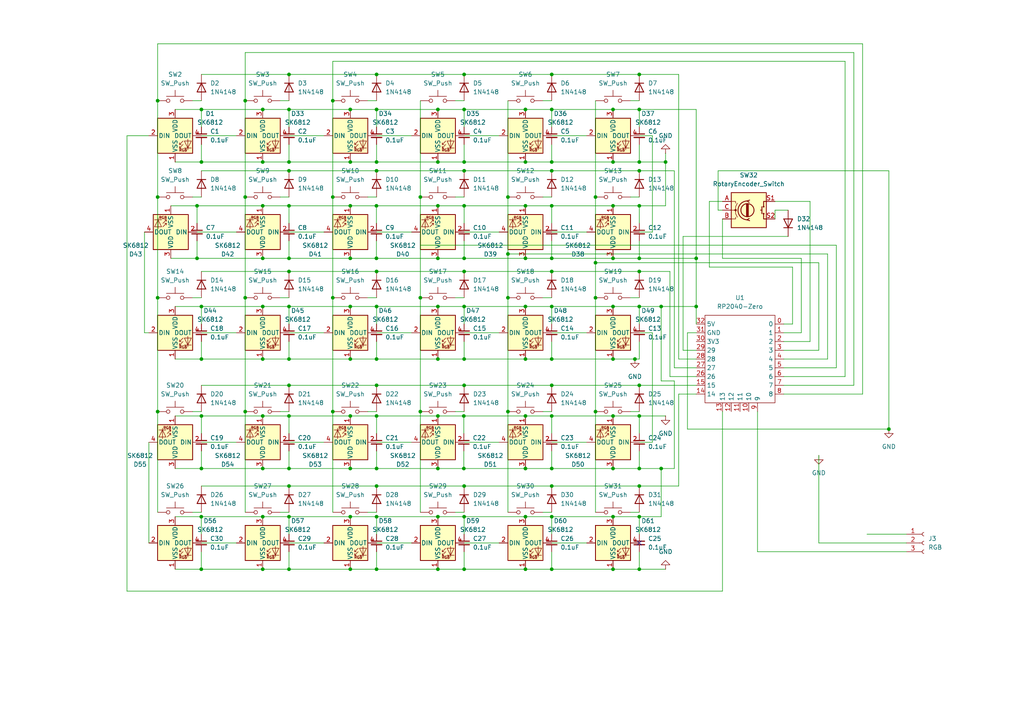
<source format=kicad_sch>
(kicad_sch (version 20250114) (generator "eeschema") (generator_version "9.0")
  (paper "A4")
  (junction (at 83.82 165.1))
  (junction (at 152.4 135.89))
  (junction (at 160.02 46.99))
  (junction (at 109.22 21.59))
  (junction (at 160.02 135.89))
  (junction (at 58.3796 165.1))
  (junction (at 134.62 104.14))
  (junction (at 76.2 74.93))
  (junction (at 83.82 88.9))
  (junction (at 96.52 86.36))
  (junction (at 101.6 46.99))
  (junction (at 134.62 78.74))
  (junction (at 160.02 78.74))
  (junction (at 127 31.75))
  (junction (at 57.15 59.69))
  (junction (at 185.42 78.74))
  (junction (at 177.8 135.89))
  (junction (at 160.02 59.69))
  (junction (at 76.2 120.65))
  (junction (at 152.4 31.75))
  (junction (at 134.62 165.1))
  (junction (at 185.42 49.53))
  (junction (at 76.2 59.69))
  (junction (at 134.62 88.9))
  (junction (at 127 120.65))
  (junction (at 160.02 149.86))
  (junction (at 127 74.93))
  (junction (at 71.12 57.15))
  (junction (at 127 59.69))
  (junction (at 76.2 149.86))
  (junction (at 257.81 124.46))
  (junction (at 127 88.9))
  (junction (at 109.1798 74.93))
  (junction (at 96.52 119.38))
  (junction (at 152.4 88.9))
  (junction (at 134.62 140.97))
  (junction (at 185.42 46.99))
  (junction (at 45.72 119.38))
  (junction (at 101.6 149.86))
  (junction (at 101.6 120.65))
  (junction (at 109.22 78.74))
  (junction (at 160.02 21.59))
  (junction (at 152.4 46.99))
  (junction (at 160.02 49.53))
  (junction (at 58.42 135.89))
  (junction (at 127 46.99))
  (junction (at 172.72 86.36))
  (junction (at 185.42 88.9))
  (junction (at 58.42 46.99))
  (junction (at 147.32 119.38))
  (junction (at 191.77 88.9))
  (junction (at 177.8 120.65))
  (junction (at 83.82 140.97))
  (junction (at 185.42 21.59))
  (junction (at 193.04 46.99))
  (junction (at 109.22 135.89))
  (junction (at 134.62 59.69))
  (junction (at 101.6 74.93))
  (junction (at 83.82 135.89))
  (junction (at 185.42 111.76))
  (junction (at 201.93 88.9))
  (junction (at 160.02 165.1))
  (junction (at 76.2 88.9))
  (junction (at 109.22 120.65))
  (junction (at 109.22 140.97))
  (junction (at 121.92 86.36))
  (junction (at 177.8 149.86))
  (junction (at 134.5256 120.65))
  (junction (at 201.93 74.93))
  (junction (at 185.42 135.89))
  (junction (at 76.2 135.89))
  (junction (at 71.12 29.21))
  (junction (at 76.2 104.14))
  (junction (at 152.4 104.14))
  (junction (at 185.42 140.97))
  (junction (at 160.02 88.9))
  (junction (at 177.8 31.75))
  (junction (at 101.6 165.1))
  (junction (at 177.8 165.1))
  (junction (at 185.42 31.75))
  (junction (at 83.82 149.86))
  (junction (at 134.62 49.53))
  (junction (at 160.02 104.14))
  (junction (at 76.2 31.75))
  (junction (at 101.6 59.69))
  (junction (at 109.22 31.75))
  (junction (at 152.4 120.65))
  (junction (at 121.92 119.38))
  (junction (at 83.82 104.14))
  (junction (at 45.72 29.21))
  (junction (at 101.6 104.14))
  (junction (at 127 165.1))
  (junction (at 109.22 149.86))
  (junction (at 134.62 31.75))
  (junction (at 121.92 57.15))
  (junction (at 172.72 76.2))
  (junction (at 71.12 119.38))
  (junction (at 101.6 135.89))
  (junction (at 83.82 111.76))
  (junction (at 152.4 165.1))
  (junction (at 96.52 57.15))
  (junction (at 177.8 59.69))
  (junction (at 127 135.89))
  (junction (at 177.8 46.99))
  (junction (at 58.42 120.65))
  (junction (at 185.42 74.93))
  (junction (at 185.42 165.1))
  (junction (at 152.4 59.69))
  (junction (at 109.1798 59.69))
  (junction (at 184.15 104.14))
  (junction (at 191.77 135.89))
  (junction (at 109.22 88.9))
  (junction (at 147.32 86.36))
  (junction (at 83.82 49.53))
  (junction (at 58.42 88.9))
  (junction (at 147.32 57.15))
  (junction (at 134.62 46.99))
  (junction (at 83.82 31.75))
  (junction (at 109.22 111.76))
  (junction (at 71.12 86.36))
  (junction (at 96.52 29.21))
  (junction (at 172.72 57.15))
  (junction (at 147.32 73.66))
  (junction (at 58.42 31.75))
  (junction (at 134.62 149.86))
  (junction (at 134.62 21.59))
  (junction (at 45.72 86.36))
  (junction (at 160.02 140.97))
  (junction (at 76.2 165.1))
  (junction (at 83.82 46.99))
  (junction (at 177.8 104.14))
  (junction (at 134.62 74.93))
  (junction (at 127 104.14))
  (junction (at 58.3796 149.86))
  (junction (at 109.22 49.53))
  (junction (at 83.82 74.93))
  (junction (at 134.5256 135.89))
  (junction (at 76.2 46.99))
  (junction (at 185.42 59.69))
  (junction (at 101.6 31.75))
  (junction (at 177.8 74.93))
  (junction (at 160.02 120.65))
  (junction (at 160.02 31.75))
  (junction (at 152.4 149.86))
  (junction (at 109.22 165.1))
  (junction (at 127 149.86))
  (junction (at 160.02 74.93))
  (junction (at 109.22 46.99))
  (junction (at 134.62 111.76))
  (junction (at 109.22 104.14))
  (junction (at 185.42 120.65))
  (junction (at 177.8 88.9))
  (junction (at 185.42 149.86))
  (junction (at 45.72 57.15))
  (junction (at 57.15 74.93))
  (junction (at 58.42 104.14))
  (junction (at 101.6 88.9))
  (junction (at 160.02 111.76))
  (junction (at 83.82 21.59))
  (junction (at 83.82 59.69))
  (junction (at 83.82 78.74))
  (junction (at 152.4 74.93))
  (junction (at 172.72 119.38))
  (junction (at 83.82 120.65))
  (no_connect (at 185.42 157.48))
  (wire (pts (xy 50.8 135.89) (xy 58.42 135.89)))
  (wire (pts (xy 83.82 120.65) (xy 101.6 120.65)))
  (wire (pts (xy 232.41 96.52) (xy 227.33 96.52)))
  (wire (pts (xy 185.42 49.53) (xy 195.58 49.53)))
  (wire (pts (xy 58.42 120.65) (xy 76.2 120.65)))
  (wire (pts (xy 160.02 157.48) (xy 170.18 157.48)))
  (wire (pts (xy 185.42 135.89) (xy 191.77 135.89)))
  (wire (pts (xy 251.46 154.94) (xy 262.89 154.94)))
  (wire (pts (xy 134.62 39.37) (xy 144.78 39.37)))
  (wire (pts (xy 157.48 29.21) (xy 160.02 29.21)))
  (wire (pts (xy 109.22 135.89) (xy 127 135.89)))
  (wire (pts (xy 134.62 41.91) (xy 134.62 46.99)))
  (wire (pts (xy 182.88 119.38) (xy 185.42 119.38)))
  (wire (pts (xy 185.42 69.85) (xy 185.42 74.93)))
  (wire (pts (xy 81.28 119.38) (xy 83.82 119.38)))
  (wire (pts (xy 55.88 86.36) (xy 58.42 86.36)))
  (wire (pts (xy 195.58 106.68) (xy 201.93 106.68)))
  (wire (pts (xy 132.08 119.38) (xy 134.62 119.38)))
  (wire (pts (xy 172.72 57.15) (xy 172.72 76.2)))
  (wire (pts (xy 76.2 31.75) (xy 83.82 31.75)))
  (wire (pts (xy 127 149.86) (xy 134.62 149.86)))
  (wire (pts (xy 55.88 148.59) (xy 58.42 148.59)))
  (wire (pts (xy 127 59.69) (xy 134.62 59.69)))
  (wire (pts (xy 160.02 74.93) (xy 177.8 74.93)))
  (wire (pts (xy 177.8 104.14) (xy 184.15 104.14)))
  (wire (pts (xy 83.82 135.89) (xy 101.6 135.89)))
  (wire (pts (xy 109.22 128.27) (xy 119.38 128.27)))
  (wire (pts (xy 191.77 88.9) (xy 191.77 110.49)))
  (wire (pts (xy 152.4 104.14) (xy 160.02 104.14)))
  (wire (pts (xy 109.22 41.91) (xy 109.22 46.99)))
  (wire (pts (xy 57.15 69.85) (xy 57.15 74.93)))
  (wire (pts (xy 76.2 165.1) (xy 83.82 165.1)))
  (wire (pts (xy 147.32 119.38) (xy 147.32 148.59)))
  (wire (pts (xy 83.82 21.59) (xy 109.22 21.59)))
  (wire (pts (xy 193.04 59.69) (xy 193.04 46.99)))
  (wire (pts (xy 83.82 67.31) (xy 93.98 67.31)))
  (wire (pts (xy 109.22 140.97) (xy 134.62 140.97)))
  (wire (pts (xy 83.82 74.93) (xy 101.6 74.93)))
  (wire (pts (xy 157.48 57.15) (xy 160.02 57.15)))
  (wire (pts (xy 83.82 31.75) (xy 83.82 36.83)))
  (wire (pts (xy 160.02 128.27) (xy 170.18 128.27)))
  (wire (pts (xy 58.42 21.59) (xy 83.82 21.59)))
  (wire (pts (xy 76.2 135.89) (xy 83.82 135.89)))
  (wire (pts (xy 185.42 120.65) (xy 193.04 120.65)))
  (wire (pts (xy 185.42 99.06) (xy 185.42 104.14)))
  (wire (pts (xy 71.12 119.38) (xy 71.12 148.59)))
  (wire (pts (xy 224.79 60.96) (xy 228.6 60.96)))
  (wire (pts (xy 83.82 149.86) (xy 101.6 149.86)))
  (wire (pts (xy 152.4 31.75) (xy 160.02 31.75)))
  (wire (pts (xy 185.42 111.76) (xy 201.93 111.76)))
  (wire (pts (xy 152.4 120.65) (xy 160.02 120.65)))
  (wire (pts (xy 127 88.9) (xy 134.62 88.9)))
  (wire (pts (xy 229.87 77.47) (xy 205.74 77.47)))
  (wire (pts (xy 185.42 149.86) (xy 185.42 154.94)))
  (wire (pts (xy 83.82 49.53) (xy 109.22 49.53)))
  (wire (pts (xy 134.62 140.97) (xy 160.02 140.97)))
  (wire (pts (xy 209.55 74.93) (xy 232.41 74.93)))
  (wire (pts (xy 57.15 67.31) (xy 68.58 67.31)))
  (wire (pts (xy 58.42 31.75) (xy 76.2 31.75)))
  (wire (pts (xy 109.22 31.75) (xy 109.22 36.83)))
  (wire (pts (xy 134.5256 135.89) (xy 152.4 135.89)))
  (wire (pts (xy 132.08 29.21) (xy 134.62 29.21)))
  (wire (pts (xy 184.15 104.14) (xy 185.42 104.14)))
  (wire (pts (xy 101.6 165.1) (xy 109.22 165.1)))
  (wire (pts (xy 185.42 140.97) (xy 196.85 140.97)))
  (wire (pts (xy 237.49 101.6) (xy 227.33 101.6)))
  (wire (pts (xy 50.8 149.86) (xy 58.3796 149.86)))
  (wire (pts (xy 127 104.14) (xy 134.62 104.14)))
  (wire (pts (xy 121.92 29.21) (xy 121.92 57.15)))
  (wire (pts (xy 189.23 67.31) (xy 185.42 67.31)))
  (wire (pts (xy 147.32 29.21) (xy 147.32 57.15)))
  (wire (pts (xy 101.6 120.65) (xy 109.22 120.65)))
  (wire (pts (xy 195.58 49.53) (xy 195.58 106.68)))
  (wire (pts (xy 208.28 60.96) (xy 208.28 49.53)))
  (wire (pts (xy 109.22 130.81) (xy 109.22 135.89)))
  (wire (pts (xy 177.8 120.65) (xy 185.42 120.65)))
  (wire (pts (xy 132.08 57.15) (xy 134.62 57.15)))
  (wire (pts (xy 96.52 29.21) (xy 96.52 17.78)))
  (wire (pts (xy 134.62 128.27) (xy 144.78 128.27)))
  (wire (pts (xy 201.93 88.9) (xy 201.93 93.98)))
  (wire (pts (xy 76.2 120.65) (xy 83.82 120.65)))
  (wire (pts (xy 134.62 31.75) (xy 152.4 31.75)))
  (wire (pts (xy 172.72 76.2) (xy 172.72 86.36)))
  (wire (pts (xy 96.52 29.21) (xy 96.52 57.15)))
  (wire (pts (xy 58.42 157.48) (xy 68.58 157.48)))
  (wire (pts (xy 177.8 31.75) (xy 185.42 31.75)))
  (wire (pts (xy 185.42 96.52) (xy 189.23 96.52)))
  (wire (pts (xy 71.12 15.24) (xy 71.12 29.21)))
  (wire (pts (xy 185.42 88.9) (xy 185.42 93.98)))
  (wire (pts (xy 160.02 88.9) (xy 160.02 93.98)))
  (wire (pts (xy 205.74 58.42) (xy 209.55 58.42)))
  (wire (pts (xy 160.02 59.69) (xy 177.8 59.69)))
  (wire (pts (xy 50.8 104.14) (xy 58.42 104.14)))
  (wire (pts (xy 160.02 165.1) (xy 177.8 165.1)))
  (wire (pts (xy 182.88 86.36) (xy 185.42 86.36)))
  (wire (pts (xy 121.92 71.12) (xy 242.57 71.12)))
  (wire (pts (xy 58.42 49.53) (xy 83.82 49.53)))
  (wire (pts (xy 58.3796 165.1) (xy 76.2 165.1)))
  (wire (pts (xy 182.88 148.59) (xy 185.42 148.59)))
  (wire (pts (xy 195.58 135.89) (xy 195.58 110.49)))
  (wire (pts (xy 83.82 99.06) (xy 83.82 104.14)))
  (wire (pts (xy 227.33 111.76) (xy 247.65 111.76)))
  (wire (pts (xy 106.68 57.15) (xy 109.22 57.15)))
  (wire (pts (xy 81.28 29.21) (xy 83.82 29.21)))
  (wire (pts (xy 250.19 12.7) (xy 250.19 114.3)))
  (wire (pts (xy 196.85 21.59) (xy 196.85 104.14)))
  (wire (pts (xy 160.02 160.02) (xy 160.02 165.1)))
  (wire (pts (xy 198.12 68.58) (xy 198.12 101.6)))
  (wire (pts (xy 147.32 86.36) (xy 147.32 119.38)))
  (wire (pts (xy 76.2 59.69) (xy 83.82 59.69)))
  (wire (pts (xy 83.82 130.81) (xy 83.82 135.89)))
  (wire (pts (xy 101.6 74.93) (xy 109.1798 74.93)))
  (wire (pts (xy 160.02 130.81) (xy 160.02 135.89)))
  (wire (pts (xy 182.88 57.15) (xy 185.42 57.15)))
  (wire (pts (xy 127 120.65) (xy 134.5256 120.65)))
  (wire (pts (xy 134.62 99.06) (xy 134.62 104.14)))
  (wire (pts (xy 58.42 120.65) (xy 58.42 125.73)))
  (wire (pts (xy 109.22 31.75) (xy 127 31.75)))
  (wire (pts (xy 50.8 31.75) (xy 58.42 31.75)))
  (wire (pts (xy 83.82 41.91) (xy 83.82 46.99)))
  (wire (pts (xy 232.41 74.93) (xy 232.41 96.52)))
  (wire (pts (xy 191.77 88.9) (xy 201.93 88.9)))
  (wire (pts (xy 76.2 149.86) (xy 83.82 149.86)))
  (wire (pts (xy 81.28 86.36) (xy 83.82 86.36)))
  (wire (pts (xy 109.1798 74.93) (xy 127 74.93)))
  (wire (pts (xy 160.02 88.9) (xy 177.8 88.9)))
  (wire (pts (xy 71.12 57.15) (xy 71.12 86.36)))
  (wire (pts (xy 182.88 29.21) (xy 185.42 29.21)))
  (wire (pts (xy 152.4 149.86) (xy 160.02 149.86)))
  (wire (pts (xy 177.8 46.99) (xy 185.42 46.99)))
  (wire (pts (xy 209.55 60.96) (xy 208.28 60.96)))
  (wire (pts (xy 109.22 96.52) (xy 119.38 96.52)))
  (wire (pts (xy 109.1798 69.85) (xy 109.1798 74.93)))
  (wire (pts (xy 134.62 21.59) (xy 160.02 21.59)))
  (wire (pts (xy 185.42 149.86) (xy 191.77 149.86)))
  (wire (pts (xy 227.33 93.98) (xy 229.87 93.98)))
  (wire (pts (xy 160.02 140.97) (xy 185.42 140.97)))
  (wire (pts (xy 58.42 31.75) (xy 58.42 36.83)))
  (wire (pts (xy 121.92 119.38) (xy 121.92 148.59)))
  (wire (pts (xy 58.42 39.37) (xy 68.58 39.37)))
  (wire (pts (xy 57.15 59.69) (xy 76.2 59.69)))
  (wire (pts (xy 106.68 86.36) (xy 109.22 86.36)))
  (wire (pts (xy 134.5256 120.65) (xy 152.4 120.65)))
  (wire (pts (xy 196.85 114.3) (xy 201.93 114.3)))
  (wire (pts (xy 157.48 148.59) (xy 160.02 148.59)))
  (wire (pts (xy 160.02 104.14) (xy 177.8 104.14)))
  (wire (pts (xy 152.4 59.69) (xy 160.02 59.69)))
  (wire (pts (xy 134.62 59.69) (xy 152.4 59.69)))
  (wire (pts (xy 160.02 49.53) (xy 185.42 49.53)))
  (wire (pts (xy 152.4 135.89) (xy 160.02 135.89)))
  (wire (pts (xy 109.22 120.65) (xy 127 120.65)))
  (wire (pts (xy 101.6 135.89) (xy 109.22 135.89)))
  (wire (pts (xy 109.1798 59.69) (xy 109.1798 64.77)))
  (wire (pts (xy 106.68 29.21) (xy 109.22 29.21)))
  (wire (pts (xy 101.6 46.99) (xy 109.22 46.99)))
  (wire (pts (xy 134.62 46.99) (xy 152.4 46.99)))
  (wire (pts (xy 160.02 78.74) (xy 185.42 78.74)))
  (wire (pts (xy 68.58 128.27) (xy 58.42 128.27)))
  (wire (pts (xy 83.82 149.86) (xy 83.82 154.94)))
  (wire (pts (xy 109.1798 59.69) (xy 127 59.69)))
  (wire (pts (xy 109.22 149.86) (xy 109.22 154.94)))
  (wire (pts (xy 76.2 88.9) (xy 83.82 88.9)))
  (wire (pts (xy 247.65 111.76) (xy 247.65 15.24)))
  (wire (pts (xy 49.53 74.93) (xy 57.15 74.93)))
  (wire (pts (xy 160.02 46.99) (xy 177.8 46.99)))
  (wire (pts (xy 199.39 124.46) (xy 199.39 96.52)))
  (wire (pts (xy 58.42 140.97) (xy 83.82 140.97)))
  (wire (pts (xy 152.4 46.99) (xy 160.02 46.99)))
  (wire (pts (xy 83.82 104.14) (xy 101.6 104.14)))
  (wire (pts (xy 201.93 31.75) (xy 201.93 74.93)))
  (wire (pts (xy 229.87 93.98) (xy 229.87 77.47)))
  (wire (pts (xy 58.3796 149.86) (xy 58.3796 154.94)))
  (wire (pts (xy 83.82 165.1) (xy 101.6 165.1)))
  (wire (pts (xy 189.23 128.27) (xy 185.42 128.27)))
  (wire (pts (xy 177.8 88.9) (xy 185.42 88.9)))
  (wire (pts (xy 49.53 59.69) (xy 57.15 59.69)))
  (wire (pts (xy 127 165.1) (xy 134.62 165.1)))
  (wire (pts (xy 83.82 88.9) (xy 83.82 93.98)))
  (wire (pts (xy 134.62 74.93) (xy 152.4 74.93)))
  (wire (pts (xy 185.42 31.75) (xy 185.42 36.83)))
  (wire (pts (xy 58.42 111.76) (xy 83.82 111.76)))
  (wire (pts (xy 201.93 74.93) (xy 201.93 88.9)))
  (wire (pts (xy 134.62 78.74) (xy 160.02 78.74)))
  (wire (pts (xy 83.82 96.52) (xy 93.98 96.52)))
  (wire (pts (xy 109.22 67.31) (xy 119.38 67.31)))
  (wire (pts (xy 109.22 39.37) (xy 119.38 39.37)))
  (wire (pts (xy 109.22 160.02) (xy 109.22 165.1)))
  (wire (pts (xy 134.62 104.14) (xy 152.4 104.14)))
  (wire (pts (xy 83.82 59.69) (xy 83.82 64.77)))
  (wire (pts (xy 240.03 73.66) (xy 147.32 73.66)))
  (wire (pts (xy 152.4 88.9) (xy 160.02 88.9)))
  (wire (pts (xy 245.11 17.78) (xy 245.11 109.22)))
  (wire (pts (xy 57.15 74.93) (xy 76.2 74.93)))
  (wire (pts (xy 101.6 88.9) (xy 109.22 88.9)))
  (wire (pts (xy 50.8 88.9) (xy 58.42 88.9)))
  (wire (pts (xy 262.89 157.48) (xy 237.49 157.48)))
  (wire (pts (xy 134.62 67.31) (xy 144.78 67.31)))
  (wire (pts (xy 160.02 149.86) (xy 177.8 149.86)))
  (wire (pts (xy 132.08 148.59) (xy 134.62 148.59)))
  (wire (pts (xy 41.91 67.31) (xy 41.91 96.52)))
  (wire (pts (xy 101.6 59.69) (xy 109.1798 59.69)))
  (wire (pts (xy 50.8 165.1) (xy 58.3796 165.1)))
  (wire (pts (xy 160.02 59.69) (xy 160.02 64.77)))
  (wire (pts (xy 121.92 57.15) (xy 121.92 71.12)))
  (wire (pts (xy 76.2 46.99) (xy 83.82 46.99)))
  (wire (pts (xy 109.22 104.14) (xy 127 104.14)))
  (wire (pts (xy 106.68 148.59) (xy 109.22 148.59)))
  (wire (pts (xy 228.6 68.58) (xy 198.12 68.58)))
  (wire (pts (xy 219.71 119.38) (xy 219.71 160.02)))
  (wire (pts (xy 237.49 157.48) (xy 237.49 132.08)))
  (wire (pts (xy 58.42 46.99) (xy 76.2 46.99)))
  (wire (pts (xy 83.82 39.37) (xy 93.98 39.37)))
  (wire (pts (xy 83.82 46.99) (xy 101.6 46.99)))
  (wire (pts (xy 134.62 149.86) (xy 152.4 149.86)))
  (wire (pts (xy 134.62 31.75) (xy 134.62 36.83)))
  (wire (pts (xy 134.62 96.52) (xy 144.78 96.52)))
  (wire (pts (xy 96.52 57.15) (xy 96.52 86.36)))
  (wire (pts (xy 185.42 120.65) (xy 185.42 125.73)))
  (wire (pts (xy 134.5256 130.81) (xy 134.5256 135.89)))
  (wire (pts (xy 43.18 39.37) (xy 36.83 39.37)))
  (wire (pts (xy 134.5256 120.65) (xy 134.5256 125.73)))
  (wire (pts (xy 76.2 74.93) (xy 83.82 74.93)))
  (wire (pts (xy 177.8 135.89) (xy 185.42 135.89)))
  (wire (pts (xy 55.88 29.21) (xy 58.42 29.21)))
  (wire (pts (xy 193.04 44.45) (xy 193.04 46.99)))
  (wire (pts (xy 58.42 41.91) (xy 58.42 46.99)))
  (wire (pts (xy 250.19 114.3) (xy 227.33 114.3)))
  (wire (pts (xy 45.72 57.15) (xy 45.72 86.36)))
  (wire (pts (xy 191.77 135.89) (xy 195.58 135.89)))
  (wire (pts (xy 160.02 120.65) (xy 160.02 125.73)))
  (wire (pts (xy 242.57 71.12) (xy 242.57 106.68)))
  (wire (pts (xy 147.32 73.66) (xy 147.32 86.36)))
  (wire (pts (xy 81.28 57.15) (xy 83.82 57.15)))
  (wire (pts (xy 50.8 120.65) (xy 58.42 120.65)))
  (wire (pts (xy 185.42 46.99) (xy 193.04 46.99)))
  (wire (pts (xy 160.02 149.86) (xy 160.02 154.94)))
  (wire (pts (xy 109.22 99.06) (xy 109.22 104.14)))
  (wire (pts (xy 240.03 104.14) (xy 240.03 73.66)))
  (wire (pts (xy 185.42 165.1) (xy 193.04 165.1)))
  (wire (pts (xy 83.82 69.85) (xy 83.82 74.93)))
  (wire (pts (xy 83.82 31.75) (xy 101.6 31.75)))
  (wire (pts (xy 185.42 31.75) (xy 201.93 31.75)))
  (wire (pts (xy 55.88 119.38) (xy 58.42 119.38)))
  (wire (pts (xy 109.22 88.9) (xy 127 88.9)))
  (wire (pts (xy 194.31 78.74) (xy 185.42 78.74)))
  (wire (pts (xy 109.22 88.9) (xy 109.22 93.98)))
  (wire (pts (xy 224.79 58.42) (xy 234.95 58.42)))
  (wire (pts (xy 109.22 120.65) (xy 109.22 125.73)))
  (wire (pts (xy 109.22 46.99) (xy 127 46.99)))
  (wire (pts (xy 36.83 39.37) (xy 36.83 171.45)))
  (wire (pts (xy 152.4 74.93) (xy 160.02 74.93)))
  (wire (pts (xy 58.42 96.52) (xy 68.58 96.52)))
  (wire (pts (xy 152.4 165.1) (xy 160.02 165.1)))
  (wire (pts (xy 160.02 67.31) (xy 170.18 67.31)))
  (wire (pts (xy 101.6 149.86) (xy 109.22 149.86)))
  (wire (pts (xy 160.02 96.52) (xy 170.18 96.52)))
  (wire (pts (xy 109.22 78.74) (xy 134.62 78.74)))
  (wire (pts (xy 134.62 59.69) (xy 134.62 64.77)))
  (wire (pts (xy 134.62 49.53) (xy 160.02 49.53)))
  (wire (pts (xy 257.81 124.46) (xy 199.39 124.46)))
  (wire (pts (xy 134.62 88.9) (xy 134.62 93.98)))
  (wire (pts (xy 57.15 59.69) (xy 57.15 64.77)))
  (wire (pts (xy 58.3796 149.86) (xy 76.2 149.86)))
  (wire (pts (xy 45.72 12.7) (xy 250.19 12.7)))
  (wire (pts (xy 109.22 149.86) (xy 127 149.86)))
  (wire (pts (xy 245.11 109.22) (xy 227.33 109.22)))
  (wire (pts (xy 160.02 99.06) (xy 160.02 104.14)))
  (wire (pts (xy 172.72 119.38) (xy 172.72 148.59)))
  (wire (pts (xy 121.92 71.12) (xy 121.92 86.36)))
  (wire (pts (xy 185.42 88.9) (xy 191.77 88.9)))
  (wire (pts (xy 219.71 160.02) (xy 262.89 160.02)))
  (wire (pts (xy 205.74 77.47) (xy 205.74 58.42)))
  (wire (pts (xy 160.02 31.75) (xy 177.8 31.75)))
  (wire (pts (xy 257.81 49.53) (xy 257.81 124.46)))
  (wire (pts (xy 201.93 109.22) (xy 194.31 109.22)))
  (wire (pts (xy 160.02 120.65) (xy 177.8 120.65)))
  (wire (pts (xy 71.12 29.21) (xy 71.12 57.15)))
  (wire (pts (xy 58.42 104.14) (xy 76.2 104.14)))
  (wire (pts (xy 191.77 149.86) (xy 191.77 135.89)))
  (wire (pts (xy 242.57 106.68) (xy 227.33 106.68)))
  (wire (pts (xy 58.42 99.06) (xy 58.42 104.14)))
  (wire (pts (xy 209.55 63.5) (xy 209.55 74.93)))
  (wire (pts (xy 185.42 39.37) (xy 189.23 39.37)))
  (wire (pts (xy 58.42 78.74) (xy 83.82 78.74)))
  (wire (pts (xy 134.62 88.9) (xy 152.4 88.9)))
  (wire (pts (xy 160.02 111.76) (xy 185.42 111.76)))
  (wire (pts (xy 160.02 39.37) (xy 170.18 39.37)))
  (wire (pts (xy 194.31 109.22) (xy 194.31 78.74)))
  (wire (pts (xy 106.68 119.38) (xy 109.22 119.38)))
  (wire (pts (xy 96.52 86.36) (xy 96.52 119.38)))
  (wire (pts (xy 198.12 101.6) (xy 201.93 101.6)))
  (wire (pts (xy 185.42 21.59) (xy 196.85 21.59)))
  (wire (pts (xy 208.28 49.53) (xy 257.81 49.53)))
  (wire (pts (xy 55.88 57.15) (xy 58.42 57.15)))
  (wire (pts (xy 127 46.99) (xy 134.62 46.99)))
  (wire (pts (xy 177.8 165.1) (xy 185.42 165.1)))
  (wire (pts (xy 160.02 41.91) (xy 160.02 46.99)))
  (wire (pts (xy 41.91 96.52) (xy 43.18 96.52)))
  (wire (pts (xy 45.72 86.36) (xy 45.72 119.38)))
  (wire (pts (xy 224.79 63.5) (xy 224.79 60.96)))
  (wire (pts (xy 36.83 171.45) (xy 209.55 171.45)))
  (wire (pts (xy 83.82 157.48) (xy 93.98 157.48)))
  (wire (pts (xy 172.72 29.21) (xy 172.72 57.15)))
  (wire (pts (xy 109.22 157.48) (xy 119.38 157.48)))
  (wire (pts (xy 189.23 39.37) (xy 189.23 67.31)))
  (wire (pts (xy 58.42 130.81) (xy 58.42 135.89)))
  (wire (pts (xy 83.82 128.27) (xy 93.98 128.27)))
  (wire (pts (xy 134.62 111.76) (xy 160.02 111.76)))
  (wire (pts (xy 147.32 57.15) (xy 147.32 73.66)))
  (wire (pts (xy 134.62 160.02) (xy 134.62 165.1)))
  (wire (pts (xy 127 74.93) (xy 134.62 74.93)))
  (wire (pts (xy 134.62 149.86) (xy 134.62 154.94)))
  (wire (pts (xy 177.8 149.86) (xy 185.42 149.86)))
  (wire (pts (xy 58.3796 160.02) (xy 58.3796 165.1)))
  (wire (pts (xy 96.52 119.38) (xy 96.52 148.59)))
  (wire (pts (xy 58.42 88.9) (xy 58.42 93.98)))
  (wire (pts (xy 177.8 74.93) (xy 185.42 74.93)))
  (wire (pts (xy 50.8 46.99) (xy 58.42 46.99)))
  (wire (pts (xy 134.62 69.85) (xy 134.62 74.93)))
  (wire (pts (xy 227.33 104.14) (xy 240.03 104.14)))
  (wire (pts (xy 185.42 160.02) (xy 185.42 165.1)))
  (wire (pts (xy 160.02 135.89) (xy 177.8 135.89)))
  (wire (pts (xy 199.39 96.52) (xy 201.93 96.52)))
  (wire (pts (xy 172.72 86.36) (xy 172.72 119.38)))
  (wire (pts (xy 177.8 59.69) (xy 185.42 59.69)))
  (wire (pts (xy 76.2 104.14) (xy 83.82 104.14)))
  (wire (pts (xy 185.42 59.69) (xy 193.04 59.69)))
  (wire (pts (xy 45.72 119.38) (xy 45.72 148.59)))
  (wire (pts (xy 83.82 88.9) (xy 101.6 88.9)))
  (wire (pts (xy 109.22 165.1) (xy 127 165.1)))
  (wire (pts (xy 109.22 21.59) (xy 134.62 21.59)))
  (wire (pts (xy 195.58 110.49) (xy 191.77 110.49)))
  (wire (pts (xy 134.62 165.1) (xy 152.4 165.1)))
  (wire (pts (xy 121.92 86.36) (xy 121.92 119.38)))
  (wire (pts (xy 160.02 21.59) (xy 185.42 21.59)))
  (wire (pts (xy 96.52 17.78) (xy 245.11 17.78)))
  (wire (pts (xy 83.82 160.02) (xy 83.82 165.1)))
  (wire (pts (xy 83.82 120.65) (xy 83.82 125.73)))
  (wire (pts (xy 109.22 111.76) (xy 134.62 111.76)))
  (wire (pts (xy 237.49 76.2) (xy 237.49 101.6)))
  (wire (pts (xy 247.65 15.24) (xy 71.12 15.24)))
  (wire (pts (xy 234.95 58.42) (xy 234.95 99.06)))
  (wire (pts (xy 83.82 140.97) (xy 109.22 140.97)))
  (wire (pts (xy 45.72 12.7) (xy 45.72 29.21)))
  (wire (pts (xy 172.72 76.2) (xy 237.49 76.2)))
  (wire (pts (xy 83.82 111.76) (xy 109.22 111.76)))
  (wire (pts (xy 160.02 31.75) (xy 160.02 36.83)))
  (wire (pts (xy 81.28 148.59) (xy 83.82 148.59)))
  (wire (pts (xy 58.42 135.89) (xy 76.2 135.89)))
  (wire (pts (xy 83.82 78.74) (xy 109.22 78.74)))
  (wire (pts (xy 101.6 31.75) (xy 109.22 31.75)))
  (wire (pts (xy 157.48 86.36) (xy 160.02 86.36)))
  (wire (pts (xy 185.42 130.81) (xy 185.42 135.89)))
  (wire (pts (xy 157.48 119.38) (xy 160.02 119.38)))
  (wire (pts (xy 234.95 99.06) (xy 227.33 99.06)))
  (wire (pts (xy 185.42 41.91) (xy 185.42 46.99)))
  (wire (pts (xy 109.22 49.53) (xy 134.62 49.53)))
  (wire (pts (xy 132.08 86.36) (xy 134.62 86.36)))
  (wire (pts (xy 43.18 128.27) (xy 43.18 157.48)))
  (wire (pts (xy 101.6 104.14) (xy 109.22 104.14)))
  (wire (pts (xy 71.12 86.36) (xy 71.12 119.38)))
  (wire (pts (xy 134.62 157.48) (xy 144.78 157.48)))
  (wire (pts (xy 45.72 29.21) (xy 45.72 57.15)))
  (wire (pts (xy 83.82 59.69) (xy 101.6 59.69)))
  (wire (pts (xy 127 135.89) (xy 134.5256 135.89)))
  (wire (pts (xy 127 31.75) (xy 134.62 31.75)))
  (wire (pts (xy 189.23 96.52) (xy 189.23 128.27)))
  (wire (pts (xy 58.42 88.9) (xy 76.2 88.9)))
  (wire (pts (xy 209.55 171.45) (xy 209.55 119.38)))
  (wire (pts (xy 196.85 104.14) (xy 201.93 104.14)))
  (wire (pts (xy 196.85 140.97) (xy 196.85 114.3)))
  (wire (pts (xy 160.02 69.85) (xy 160.02 74.93)))
  (wire (pts (xy 185.42 59.69) (xy 185.42 64.77)))
  (wire (pts (xy 185.42 74.93) (xy 201.93 74.93)))
  (symbol (lib_id "isw-mcu:RP2040-Zero") (at 214.63 104.14 0) (unit 1)
    (property "Reference" "U1" (at 214.63 86.36 0))
    (property "Value" "RP2040-Zero" (at 214.63 88.9 0))
    (property "Footprint" "RP2040-ZeroSocket:RP2040-ZeroSocket" (effects (hide yes)))
  )
  (symbol (lib_id "LED:SK6812") (at 101.6 96.52 0) (unit 1)
    (property "Reference" "D46" (at 111.76 90.0998 0))
    (property "Value" "SK6812" (at 111.76 92.6398 0))
    (property "Footprint" "LED_SMD:LED_SK6812_PLCC4_5.0x5.0mm_P3.2mm" (effects (hide yes)))
    (property "Datasheet" "https://cdn-shop.adafruit.com/product-files/1138/SK6812+LED+datasheet+.pdf" (effects (hide yes)))
    (property "Description" "RGB LED with integrated controller" (effects (hide yes)))
  )
  (symbol (lib_id "power:GND") (at 193.04 120.65 0) (unit 1)
    (property "Reference" "#PWR04" (effects (hide yes)))
    (property "Value" "GND" (at 193.04 125.73 0))
    (property "Description" "Power symbol creates a global label with name \"GND\" , ground" (effects (hide yes)))
  )
  (symbol (lib_id "Device:C_Small") (at 185.42 157.48 0) (unit 1)
    (property "Reference" "C25" (at 187.96 156.2162 0) (effects (justify left)))
    (property "Value" "0.1uF" (at 187.96 158.7562 0) (effects (justify left)))
    (property "Footprint" "Capacitor_SMD:C_0603_1608Metric_Pad1.08x0.95mm_HandSolder" (effects (hide yes)))
    (property "Description" "Unpolarized capacitor, small symbol" (effects (hide yes)))
  )
  (symbol (lib_id "Switch:SW_Push") (at 177.8 86.36 0) (unit 1)
    (property "Reference" "SW19" (at 177.8 78.74 0))
    (property "Value" "SW_Push" (at 177.8 81.28 0))
    (property "Footprint" "isw-kbd:CherryMX_Hotswap_1u" (effects (hide yes)))
    (property "Description" "Push button switch, generic, two pins" (effects (hide yes)))
  )
  (symbol (lib_id "LED:SK6812") (at 50.8 157.48 0) (unit 1)
    (property "Reference" "D56" (at 60.96 151.0598 0))
    (property "Value" "SK6812" (at 60.96 153.5998 0))
    (property "Footprint" "LED_SMD:LED_SK6812_PLCC4_5.0x5.0mm_P3.2mm" (effects (hide yes)))
    (property "Datasheet" "https://cdn-shop.adafruit.com/product-files/1138/SK6812+LED+datasheet+.pdf" (effects (hide yes)))
    (property "Description" "RGB LED with integrated controller" (effects (hide yes)))
  )
  (symbol (lib_id "Device:C_Small") (at 185.42 96.52 0) (unit 1)
    (property "Reference" "C13" (at 187.96 95.2562 0) (effects (justify left)))
    (property "Value" "0.1uF" (at 187.96 97.7962 0) (effects (justify left)))
    (property "Footprint" "Capacitor_SMD:C_0603_1608Metric_Pad1.08x0.95mm_HandSolder" (effects (hide yes)))
    (property "Description" "Unpolarized capacitor, small symbol" (effects (hide yes)))
  )
  (symbol (lib_id "LED:SK6812") (at 177.8 67.31 180) (unit 1)
    (property "Reference" "D38" (at 167.64 73.7302 0))
    (property "Value" "SK6812" (at 167.64 71.1902 0))
    (property "Footprint" "LED_SMD:LED_SK6812_PLCC4_5.0x5.0mm_P3.2mm" (effects (hide yes)))
    (property "Datasheet" "https://cdn-shop.adafruit.com/product-files/1138/SK6812+LED+datasheet+.pdf" (effects (hide yes)))
    (property "Description" "RGB LED with integrated controller" (effects (hide yes)))
  )
  (symbol (lib_id "Device:C_Small") (at 134.62 157.48 0) (unit 1)
    (property "Reference" "C27" (at 137.16 156.2162 0) (effects (justify left)))
    (property "Value" "0.1uF" (at 137.16 158.7562 0) (effects (justify left)))
    (property "Footprint" "Capacitor_SMD:C_0603_1608Metric_Pad1.08x0.95mm_HandSolder" (effects (hide yes)))
    (property "Description" "Unpolarized capacitor, small symbol" (effects (hide yes)))
  )
  (symbol (lib_id "LED:SK6812") (at 101.6 67.31 180) (unit 1)
    (property "Reference" "D41" (at 91.44 73.7302 0))
    (property "Value" "SK6812" (at 91.44 71.1902 0))
    (property "Footprint" "LED_SMD:LED_SK6812_PLCC4_5.0x5.0mm_P3.2mm" (effects (hide yes)))
    (property "Datasheet" "https://cdn-shop.adafruit.com/product-files/1138/SK6812+LED+datasheet+.pdf" (effects (hide yes)))
    (property "Description" "RGB LED with integrated controller" (effects (hide yes)))
  )
  (symbol (lib_id "Diode:1N4148") (at 58.42 144.78 270) (unit 1)
    (property "Reference" "D26" (at 60.96 143.5099 90) (effects (justify left)))
    (property "Value" "1N4148" (at 60.96 146.0499 90) (effects (justify left)))
    (property "Footprint" "Diode_THT:D_DO-35_SOD27_P7.62mm_Horizontal" (effects (hide yes)))
    (property "Datasheet" "https://assets.nexperia.com/documents/data-sheet/1N4148_1N4448.pdf" (effects (hide yes)))
    (property "Description" "100V 0.15A standard switching diode, DO-35" (effects (hide yes)))
    (property "Sim.Device" "D" (effects (hide yes)))
    (property "Sim.Pins" "1=K 2=A" (effects (hide yes)))
  )
  (symbol (lib_id "Device:C_Small") (at 134.62 96.52 0) (unit 1)
    (property "Reference" "C15" (at 137.16 95.2562 0) (effects (justify left)))
    (property "Value" "0.1uF" (at 137.16 97.7962 0) (effects (justify left)))
    (property "Footprint" "Capacitor_SMD:C_0603_1608Metric_Pad1.08x0.95mm_HandSolder" (effects (hide yes)))
    (property "Description" "Unpolarized capacitor, small symbol" (effects (hide yes)))
  )
  (symbol (lib_id "Device:C_Small") (at 58.3796 157.48 0) (unit 1)
    (property "Reference" "C30" (at 60.9196 156.2162 0) (effects (justify left)))
    (property "Value" "0.1uF" (at 60.9196 158.7562 0) (effects (justify left)))
    (property "Footprint" "Capacitor_SMD:C_0603_1608Metric_Pad1.08x0.95mm_HandSolder" (effects (hide yes)))
    (property "Description" "Unpolarized capacitor, small symbol" (effects (hide yes)))
  )
  (symbol (lib_id "Switch:SW_Push") (at 177.8 119.38 0) (unit 1)
    (property "Reference" "SW25" (at 177.8 111.76 0))
    (property "Value" "SW_Push" (at 177.8 114.3 0))
    (property "Footprint" "isw-kbd:CherryMX_Hotswap_1u" (effects (hide yes)))
    (property "Description" "Push button switch, generic, two pins" (effects (hide yes)))
  )
  (symbol (lib_id "Device:RotaryEncoder_Switch") (at 217.17 60.96 0) (unit 1)
    (property "Reference" "SW32" (at 217.17 50.8 0))
    (property "Value" "RotaryEncoder_Switch" (at 217.17 53.34 0))
    (property "Footprint" "Rotary_Encoder:RotaryEncoder_Alps_EC11E-Switch_Vertical_H20mm" (effects (hide yes)))
    (property "Description" "Rotary encoder, dual channel, incremental quadrate outputs, with switch" (effects (hide yes)))
  )
  (symbol (lib_id "Switch:SW_Push") (at 177.8 29.21 0) (unit 1)
    (property "Reference" "SW7" (at 177.8 21.59 0))
    (property "Value" "SW_Push" (at 177.8 24.13 0))
    (property "Footprint" "isw-kbd:CherryMX_Hotswap_1u" (effects (hide yes)))
    (property "Description" "Push button switch, generic, two pins" (effects (hide yes)))
  )
  (symbol (lib_id "LED:SK6812") (at 76.2 96.52 0) (unit 1)
    (property "Reference" "D45" (at 86.36 90.0998 0))
    (property "Value" "SK6812" (at 86.36 92.6398 0))
    (property "Footprint" "LED_SMD:LED_SK6812_PLCC4_5.0x5.0mm_P3.2mm" (effects (hide yes)))
    (property "Datasheet" "https://cdn-shop.adafruit.com/product-files/1138/SK6812+LED+datasheet+.pdf" (effects (hide yes)))
    (property "Description" "RGB LED with integrated controller" (effects (hide yes)))
  )
  (symbol (lib_id "LED:SK6812") (at 50.8 39.37 0) (unit 1)
    (property "Reference" "D1" (at 60.96 32.9498 0))
    (property "Value" "SK6812" (at 60.96 35.4898 0))
    (property "Footprint" "LED_SMD:LED_SK6812_PLCC4_5.0x5.0mm_P3.2mm" (effects (hide yes)))
    (property "Datasheet" "https://cdn-shop.adafruit.com/product-files/1138/SK6812+LED+datasheet+.pdf" (effects (hide yes)))
    (property "Description" "RGB LED with integrated controller" (effects (hide yes)))
  )
  (symbol (lib_id "Diode:1N4148") (at 134.62 144.78 270) (unit 1)
    (property "Reference" "D29" (at 137.16 143.5099 90) (effects (justify left)))
    (property "Value" "1N4148" (at 137.16 146.0499 90) (effects (justify left)))
    (property "Footprint" "Diode_THT:D_DO-35_SOD27_P7.62mm_Horizontal" (effects (hide yes)))
    (property "Datasheet" "https://assets.nexperia.com/documents/data-sheet/1N4148_1N4448.pdf" (effects (hide yes)))
    (property "Description" "100V 0.15A standard switching diode, DO-35" (effects (hide yes)))
    (property "Sim.Device" "D" (effects (hide yes)))
    (property "Sim.Pins" "1=K 2=A" (effects (hide yes)))
  )
  (symbol (lib_id "LED:SK6812") (at 177.8 128.27 180) (unit 1)
    (property "Reference" "D50" (at 167.64 134.6902 0))
    (property "Value" "SK6812" (at 167.64 132.1502 0))
    (property "Footprint" "LED_SMD:LED_SK6812_PLCC4_5.0x5.0mm_P3.2mm" (effects (hide yes)))
    (property "Datasheet" "https://cdn-shop.adafruit.com/product-files/1138/SK6812+LED+datasheet+.pdf" (effects (hide yes)))
    (property "Description" "RGB LED with integrated controller" (effects (hide yes)))
  )
  (symbol (lib_id "Diode:1N4148") (at 160.02 144.78 270) (unit 1)
    (property "Reference" "D30" (at 162.56 143.5099 90) (effects (justify left)))
    (property "Value" "1N4148" (at 162.56 146.0499 90) (effects (justify left)))
    (property "Footprint" "Diode_THT:D_DO-35_SOD27_P7.62mm_Horizontal" (effects (hide yes)))
    (property "Datasheet" "https://assets.nexperia.com/documents/data-sheet/1N4148_1N4448.pdf" (effects (hide yes)))
    (property "Description" "100V 0.15A standard switching diode, DO-35" (effects (hide yes)))
    (property "Sim.Device" "D" (effects (hide yes)))
    (property "Sim.Pins" "1=K 2=A" (effects (hide yes)))
  )
  (symbol (lib_id "Switch:SW_Push") (at 127 57.15 0) (unit 1)
    (property "Reference" "SW11" (at 127 49.53 0))
    (property "Value" "SW_Push" (at 127 52.07 0))
    (property "Footprint" "isw-kbd:CherryMX_Hotswap_1u" (effects (hide yes)))
    (property "Description" "Push button switch, generic, two pins" (effects (hide yes)))
  )
  (symbol (lib_id "Device:C_Small") (at 57.15 67.31 0) (unit 1)
    (property "Reference" "C7" (at 59.69 66.0462 0) (effects (justify left)))
    (property "Value" "0.1uF" (at 59.69 68.5862 0) (effects (justify left)))
    (property "Footprint" "Capacitor_SMD:C_0603_1608Metric_Pad1.08x0.95mm_HandSolder" (effects (hide yes)))
    (property "Description" "Unpolarized capacitor, small symbol" (effects (hide yes)))
  )
  (symbol (lib_id "power:GND") (at 193.04 44.45 180) (unit 1)
    (property "Reference" "#PWR07" (effects (hide yes)))
    (property "Value" "GND" (at 193.04 39.37 0))
    (property "Description" "Power symbol creates a global label with name \"GND\" , ground" (effects (hide yes)))
  )
  (symbol (lib_id "Diode:1N4148") (at 228.6 64.77 90) (unit 1)
    (property "Reference" "D32" (at 231.14 63.4999 90) (effects (justify right)))
    (property "Value" "1N4148" (at 231.14 66.0399 90) (effects (justify right)))
    (property "Footprint" "Diode_THT:D_DO-35_SOD27_P7.62mm_Horizontal" (effects (hide yes)))
    (property "Datasheet" "https://assets.nexperia.com/documents/data-sheet/1N4148_1N4448.pdf" (effects (hide yes)))
    (property "Description" "100V 0.15A standard switching diode, DO-35" (effects (hide yes)))
    (property "Sim.Device" "D" (effects (hide yes)))
    (property "Sim.Pins" "1=K 2=A" (effects (hide yes)))
  )
  (symbol (lib_id "Diode:1N4148") (at 185.42 25.4 270) (unit 1)
    (property "Reference" "D7" (at 187.96 24.1299 90) (effects (justify left)))
    (property "Value" "1N4148" (at 187.96 26.6699 90) (effects (justify left)))
    (property "Footprint" "Diode_THT:D_DO-35_SOD27_P7.62mm_Horizontal" (effects (hide yes)))
    (property "Datasheet" "https://assets.nexperia.com/documents/data-sheet/1N4148_1N4448.pdf" (effects (hide yes)))
    (property "Description" "100V 0.15A standard switching diode, DO-35" (effects (hide yes)))
    (property "Sim.Device" "D" (effects (hide yes)))
    (property "Sim.Pins" "1=K 2=A" (effects (hide yes)))
  )
  (symbol (lib_id "Diode:1N4148") (at 134.62 25.4 270) (unit 1)
    (property "Reference" "D5" (at 137.16 24.1299 90) (effects (justify left)))
    (property "Value" "1N4148" (at 137.16 26.6699 90) (effects (justify left)))
    (property "Footprint" "Diode_THT:D_DO-35_SOD27_P7.62mm_Horizontal" (effects (hide yes)))
    (property "Datasheet" "https://assets.nexperia.com/documents/data-sheet/1N4148_1N4448.pdf" (effects (hide yes)))
    (property "Description" "100V 0.15A standard switching diode, DO-35" (effects (hide yes)))
    (property "Sim.Device" "D" (effects (hide yes)))
    (property "Sim.Pins" "1=K 2=A" (effects (hide yes)))
  )
  (symbol (lib_id "Diode:1N4148") (at 83.82 53.34 270) (unit 1)
    (property "Reference" "D9" (at 86.36 52.0699 90) (effects (justify left)))
    (property "Value" "1N4148" (at 86.36 54.6099 90) (effects (justify left)))
    (property "Footprint" "Diode_THT:D_DO-35_SOD27_P7.62mm_Horizontal" (effects (hide yes)))
    (property "Datasheet" "https://assets.nexperia.com/documents/data-sheet/1N4148_1N4448.pdf" (effects (hide yes)))
    (property "Description" "100V 0.15A standard switching diode, DO-35" (effects (hide yes)))
    (property "Sim.Device" "D" (effects (hide yes)))
    (property "Sim.Pins" "1=K 2=A" (effects (hide yes)))
  )
  (symbol (lib_id "Device:C_Small") (at 58.42 39.37 0) (unit 1)
    (property "Reference" "C1" (at 60.96 38.1062 0) (effects (justify left)))
    (property "Value" "0.1uF" (at 60.96 40.6462 0) (effects (justify left)))
    (property "Footprint" "Capacitor_SMD:C_0603_1608Metric_Pad1.08x0.95mm_HandSolder" (effects (hide yes)))
    (property "Description" "Unpolarized capacitor, small symbol" (effects (hide yes)))
  )
  (symbol (lib_id "Device:C_Small") (at 134.62 67.31 0) (unit 1)
    (property "Reference" "C10" (at 137.16 66.0462 0) (effects (justify left)))
    (property "Value" "0.1uF" (at 137.16 68.5862 0) (effects (justify left)))
    (property "Footprint" "Capacitor_SMD:C_0603_1608Metric_Pad1.08x0.95mm_HandSolder" (effects (hide yes)))
    (property "Description" "Unpolarized capacitor, small symbol" (effects (hide yes)))
  )
  (symbol (lib_id "LED:SK6812") (at 49.53 67.31 180) (unit 1)
    (property "Reference" "D43" (at 39.37 73.7302 0))
    (property "Value" "SK6812" (at 39.37 71.1902 0))
    (property "Footprint" "LED_SMD:LED_SK6812_PLCC4_5.0x5.0mm_P3.2mm" (effects (hide yes)))
    (property "Datasheet" "https://cdn-shop.adafruit.com/product-files/1138/SK6812+LED+datasheet+.pdf" (effects (hide yes)))
    (property "Description" "RGB LED with integrated controller" (effects (hide yes)))
  )
  (symbol (lib_id "Diode:1N4148") (at 185.42 144.78 270) (unit 1)
    (property "Reference" "D31" (at 187.96 143.5099 90) (effects (justify left)))
    (property "Value" "1N4148" (at 187.96 146.0499 90) (effects (justify left)))
    (property "Footprint" "Diode_THT:D_DO-35_SOD27_P7.62mm_Horizontal" (effects (hide yes)))
    (property "Datasheet" "https://assets.nexperia.com/documents/data-sheet/1N4148_1N4448.pdf" (effects (hide yes)))
    (property "Description" "100V 0.15A standard switching diode, DO-35" (effects (hide yes)))
    (property "Sim.Device" "D" (effects (hide yes)))
    (property "Sim.Pins" "1=K 2=A" (effects (hide yes)))
  )
  (symbol (lib_id "LED:SK6812") (at 152.4 128.27 180) (unit 1)
    (property "Reference" "D51" (at 142.24 134.6902 0))
    (property "Value" "SK6812" (at 142.24 132.1502 0))
    (property "Footprint" "LED_SMD:LED_SK6812_PLCC4_5.0x5.0mm_P3.2mm" (effects (hide yes)))
    (property "Datasheet" "https://cdn-shop.adafruit.com/product-files/1138/SK6812+LED+datasheet+.pdf" (effects (hide yes)))
    (property "Description" "RGB LED with integrated controller" (effects (hide yes)))
  )
  (symbol (lib_id "Switch:SW_Push") (at 101.6 29.21 0) (unit 1)
    (property "Reference" "SW4" (at 101.6 21.59 0))
    (property "Value" "SW_Push" (at 101.6 24.13 0))
    (property "Footprint" "isw-kbd:CherryMX_Hotswap_1u" (effects (hide yes)))
    (property "Description" "Push button switch, generic, two pins" (effects (hide yes)))
  )
  (symbol (lib_id "Switch:SW_Push") (at 127 119.38 0) (unit 1)
    (property "Reference" "SW23" (at 127 111.76 0))
    (property "Value" "SW_Push" (at 127 114.3 0))
    (property "Footprint" "isw-kbd:CherryMX_Hotswap_1u" (effects (hide yes)))
    (property "Description" "Push button switch, generic, two pins" (effects (hide yes)))
  )
  (symbol (lib_id "Device:C_Small") (at 160.02 67.31 0) (unit 1)
    (property "Reference" "C11" (at 162.56 66.0462 0) (effects (justify left)))
    (property "Value" "0.1uF" (at 162.56 68.5862 0) (effects (justify left)))
    (property "Footprint" "Capacitor_SMD:C_0603_1608Metric_Pad1.08x0.95mm_HandSolder" (effects (hide yes)))
    (property "Description" "Unpolarized capacitor, small symbol" (effects (hide yes)))
  )
  (symbol (lib_id "Switch:SW_Push") (at 76.2 29.21 0) (unit 1)
    (property "Reference" "SW3" (at 76.2 21.59 0))
    (property "Value" "SW_Push" (at 76.2 24.13 0))
    (property "Footprint" "isw-kbd:CherryMX_Hotswap_1u" (effects (hide yes)))
    (property "Description" "Push button switch, generic, two pins" (effects (hide yes)))
  )
  (symbol (lib_id "LED:SK6812") (at 127 157.48 0) (unit 1)
    (property "Reference" "D59" (at 137.16 151.0598 0))
    (property "Value" "SK6812" (at 137.16 153.5998 0))
    (property "Footprint" "LED_SMD:LED_SK6812_PLCC4_5.0x5.0mm_P3.2mm" (effects (hide yes)))
    (property "Datasheet" "https://cdn-shop.adafruit.com/product-files/1138/SK6812+LED+datasheet+.pdf" (effects (hide yes)))
    (property "Description" "RGB LED with integrated controller" (effects (hide yes)))
  )
  (symbol (lib_id "LED:SK6812") (at 101.6 128.27 180) (unit 1)
    (property "Reference" "D53" (at 91.44 134.6902 0))
    (property "Value" "SK6812" (at 91.44 132.1502 0))
    (property "Footprint" "LED_SMD:LED_SK6812_PLCC4_5.0x5.0mm_P3.2mm" (effects (hide yes)))
    (property "Datasheet" "https://cdn-shop.adafruit.com/product-files/1138/SK6812+LED+datasheet+.pdf" (effects (hide yes)))
    (property "Description" "RGB LED with integrated controller" (effects (hide yes)))
  )
  (symbol (lib_id "Switch:SW_Push") (at 50.8 148.59 0) (unit 1)
    (property "Reference" "SW26" (at 50.8 140.97 0))
    (property "Value" "SW_Push" (at 50.8 143.51 0))
    (property "Footprint" "isw-kbd:CherryMX_Hotswap_1u" (effects (hide yes)))
    (property "Description" "Push button switch, generic, two pins" (effects (hide yes)))
  )
  (symbol (lib_id "Switch:SW_Push") (at 50.8 29.21 0) (unit 1)
    (property "Reference" "SW2" (at 50.8 21.59 0))
    (property "Value" "SW_Push" (at 50.8 24.13 0))
    (property "Footprint" "isw-kbd:CherryMX_Hotswap_1u" (effects (hide yes)))
    (property "Description" "Push button switch, generic, two pins" (effects (hide yes)))
  )
  (symbol (lib_id "power:GND") (at 193.04 165.1 180) (unit 1)
    (property "Reference" "#PWR03" (effects (hide yes)))
    (property "Value" "GND" (at 193.04 160.02 0))
    (property "Description" "Power symbol creates a global label with name \"GND\" , ground" (effects (hide yes)))
  )
  (symbol (lib_id "Diode:1N4148") (at 185.42 53.34 270) (unit 1)
    (property "Reference" "D13" (at 187.96 52.0699 90) (effects (justify left)))
    (property "Value" "1N4148" (at 187.96 54.6099 90) (effects (justify left)))
    (property "Footprint" "Diode_THT:D_DO-35_SOD27_P7.62mm_Horizontal" (effects (hide yes)))
    (property "Datasheet" "https://assets.nexperia.com/documents/data-sheet/1N4148_1N4448.pdf" (effects (hide yes)))
    (property "Description" "100V 0.15A standard switching diode, DO-35" (effects (hide yes)))
    (property "Sim.Device" "D" (effects (hide yes)))
    (property "Sim.Pins" "1=K 2=A" (effects (hide yes)))
  )
  (symbol (lib_id "Switch:SW_Push") (at 101.6 86.36 0) (unit 1)
    (property "Reference" "SW16" (at 101.6 78.74 0))
    (property "Value" "SW_Push" (at 101.6 81.28 0))
    (property "Footprint" "isw-kbd:CherryMX_Hotswap_1u" (effects (hide yes)))
    (property "Description" "Push button switch, generic, two pins" (effects (hide yes)))
  )
  (symbol (lib_id "Diode:1N4148") (at 58.42 115.57 270) (unit 1)
    (property "Reference" "D20" (at 60.96 114.2999 90) (effects (justify left)))
    (property "Value" "1N4148" (at 60.96 116.8399 90) (effects (justify left)))
    (property "Footprint" "Diode_THT:D_DO-35_SOD27_P7.62mm_Horizontal" (effects (hide yes)))
    (property "Datasheet" "https://assets.nexperia.com/documents/data-sheet/1N4148_1N4448.pdf" (effects (hide yes)))
    (property "Description" "100V 0.15A standard switching diode, DO-35" (effects (hide yes)))
    (property "Sim.Device" "D" (effects (hide yes)))
    (property "Sim.Pins" "1=K 2=A" (effects (hide yes)))
  )
  (symbol (lib_id "Diode:1N4148") (at 134.62 115.57 270) (unit 1)
    (property "Reference" "D23" (at 137.16 114.2999 90) (effects (justify left)))
    (property "Value" "1N4148" (at 137.16 116.8399 90) (effects (justify left)))
    (property "Footprint" "Diode_THT:D_DO-35_SOD27_P7.62mm_Horizontal" (effects (hide yes)))
    (property "Datasheet" "https://assets.nexperia.com/documents/data-sheet/1N4148_1N4448.pdf" (effects (hide yes)))
    (property "Description" "100V 0.15A standard switching diode, DO-35" (effects (hide yes)))
    (property "Sim.Device" "D" (effects (hide yes)))
    (property "Sim.Pins" "1=K 2=A" (effects (hide yes)))
  )
  (symbol (lib_id "LED:SK6812") (at 127 128.27 180) (unit 1)
    (property "Reference" "D52" (at 116.84 134.6902 0))
    (property "Value" "SK6812" (at 116.84 132.1502 0))
    (property "Footprint" "LED_SMD:LED_SK6812_PLCC4_5.0x5.0mm_P3.2mm" (effects (hide yes)))
    (property "Datasheet" "https://cdn-shop.adafruit.com/product-files/1138/SK6812+LED+datasheet+.pdf" (effects (hide yes)))
    (property "Description" "RGB LED with integrated controller" (effects (hide yes)))
  )
  (symbol (lib_id "Device:C_Small") (at 160.02 157.48 0) (unit 1)
    (property "Reference" "C26" (at 162.56 156.2162 0) (effects (justify left)))
    (property "Value" "0.1uF" (at 162.56 158.7562 0) (effects (justify left)))
    (property "Footprint" "Capacitor_SMD:C_0603_1608Metric_Pad1.08x0.95mm_HandSolder" (effects (hide yes)))
    (property "Description" "Unpolarized capacitor, small symbol" (effects (hide yes)))
  )
  (symbol (lib_id "Switch:SW_Push") (at 101.6 57.15 0) (unit 1)
    (property "Reference" "SW10" (at 101.6 49.53 0))
    (property "Value" "SW_Push" (at 101.6 52.07 0))
    (property "Footprint" "isw-kbd:CherryMX_Hotswap_1u" (effects (hide yes)))
    (property "Description" "Push button switch, generic, two pins" (effects (hide yes)))
  )
  (symbol (lib_id "Switch:SW_Push") (at 152.4 86.36 0) (unit 1)
    (property "Reference" "SW18" (at 152.4 78.74 0))
    (property "Value" "SW_Push" (at 152.4 81.28 0))
    (property "Footprint" "isw-kbd:CherryMX_Hotswap_1u" (effects (hide yes)))
    (property "Description" "Push button switch, generic, two pins" (effects (hide yes)))
  )
  (symbol (lib_id "Diode:1N4148") (at 83.82 115.57 270) (unit 1)
    (property "Reference" "D21" (at 86.36 114.2999 90) (effects (justify left)))
    (property "Value" "1N4148" (at 86.36 116.8399 90) (effects (justify left)))
    (property "Footprint" "Diode_THT:D_DO-35_SOD27_P7.62mm_Horizontal" (effects (hide yes)))
    (property "Datasheet" "https://assets.nexperia.com/documents/data-sheet/1N4148_1N4448.pdf" (effects (hide yes)))
    (property "Description" "100V 0.15A standard switching diode, DO-35" (effects (hide yes)))
    (property "Sim.Device" "D" (effects (hide yes)))
    (property "Sim.Pins" "1=K 2=A" (effects (hide yes)))
  )
  (symbol (lib_id "Device:C_Small") (at 185.42 128.27 0) (unit 1)
    (property "Reference" "C24" (at 187.96 127.0062 0) (effects (justify left)))
    (property "Value" "0.1uF" (at 187.96 129.5462 0) (effects (justify left)))
    (property "Footprint" "Capacitor_SMD:C_0603_1608Metric_Pad1.08x0.95mm_HandSolder" (effects (hide yes)))
    (property "Description" "Unpolarized capacitor, small symbol" (effects (hide yes)))
  )
  (symbol (lib_id "power:GND") (at 184.15 104.14 0) (unit 1)
    (property "Reference" "#PWR05" (effects (hide yes)))
    (property "Value" "GND" (at 184.15 109.22 0))
    (property "Description" "Power symbol creates a global label with name \"GND\" , ground" (effects (hide yes)))
  )
  (symbol (lib_id "LED:SK6812") (at 177.8 39.37 0) (unit 1)
    (property "Reference" "D37" (at 187.96 32.9498 0))
    (property "Value" "SK6812" (at 187.96 35.4898 0))
    (property "Footprint" "LED_SMD:LED_SK6812_PLCC4_5.0x5.0mm_P3.2mm" (effects (hide yes)))
    (property "Datasheet" "https://cdn-shop.adafruit.com/product-files/1138/SK6812+LED+datasheet+.pdf" (effects (hide yes)))
    (property "Description" "RGB LED with integrated controller" (effects (hide yes)))
  )
  (symbol (lib_id "Device:C_Small") (at 134.5256 128.27 0) (unit 1)
    (property "Reference" "C22" (at 137.0656 127.0062 0) (effects (justify left)))
    (property "Value" "0.1uF" (at 137.0656 129.5462 0) (effects (justify left)))
    (property "Footprint" "Capacitor_SMD:C_0603_1608Metric_Pad1.08x0.95mm_HandSolder" (effects (hide yes)))
    (property "Description" "Unpolarized capacitor, small symbol" (effects (hide yes)))
  )
  (symbol (lib_id "Switch:SW_Push") (at 76.2 119.38 0) (unit 1)
    (property "Reference" "SW21" (at 76.2 111.76 0))
    (property "Value" "SW_Push" (at 76.2 114.3 0))
    (property "Footprint" "isw-kbd:CherryMX_Hotswap_1u" (effects (hide yes)))
    (property "Description" "Push button switch, generic, two pins" (effects (hide yes)))
  )
  (symbol (lib_id "LED:SK6812") (at 152.4 67.31 180) (unit 1)
    (property "Reference" "D39" (at 142.24 73.7302 0))
    (property "Value" "SK6812" (at 142.24 71.1902 0))
    (property "Footprint" "LED_SMD:LED_SK6812_PLCC4_5.0x5.0mm_P3.2mm" (effects (hide yes)))
    (property "Datasheet" "https://cdn-shop.adafruit.com/product-files/1138/SK6812+LED+datasheet+.pdf" (effects (hide yes)))
    (property "Description" "RGB LED with integrated controller" (effects (hide yes)))
  )
  (symbol (lib_id "Switch:SW_Push") (at 177.8 57.15 0) (unit 1)
    (property "Reference" "SW13" (at 177.8 49.53 0))
    (property "Value" "SW_Push" (at 177.8 52.07 0))
    (property "Footprint" "isw-kbd:CherryMX_Hotswap_1u" (effects (hide yes)))
    (property "Description" "Push button switch, generic, two pins" (effects (hide yes)))
  )
  (symbol (lib_id "Diode:1N4148") (at 58.42 53.34 270) (unit 1)
    (property "Reference" "D8" (at 60.96 52.0699 90) (effects (justify left)))
    (property "Value" "1N4148" (at 60.96 54.6099 90) (effects (justify left)))
    (property "Footprint" "Diode_THT:D_DO-35_SOD27_P7.62mm_Horizontal" (effects (hide yes)))
    (property "Datasheet" "https://assets.nexperia.com/documents/data-sheet/1N4148_1N4448.pdf" (effects (hide yes)))
    (property "Description" "100V 0.15A standard switching diode, DO-35" (effects (hide yes)))
    (property "Sim.Device" "D" (effects (hide yes)))
    (property "Sim.Pins" "1=K 2=A" (effects (hide yes)))
  )
  (symbol (lib_id "LED:SK6812") (at 152.4 157.48 0) (unit 1)
    (property "Reference" "D60" (at 162.56 151.0598 0))
    (property "Value" "SK6812" (at 162.56 153.5998 0))
    (property "Footprint" "LED_SMD:LED_SK6812_PLCC4_5.0x5.0mm_P3.2mm" (effects (hide yes)))
    (property "Datasheet" "https://cdn-shop.adafruit.com/product-files/1138/SK6812+LED+datasheet+.pdf" (effects (hide yes)))
    (property "Description" "RGB LED with integrated controller" (effects (hide yes)))
  )
  (symbol (lib_id "Diode:1N4148") (at 58.42 82.55 270) (unit 1)
    (property "Reference" "D14" (at 60.96 81.2799 90) (effects (justify left)))
    (property "Value" "1N4148" (at 60.96 83.8199 90) (effects (justify left)))
    (property "Footprint" "Diode_THT:D_DO-35_SOD27_P7.62mm_Horizontal" (effects (hide yes)))
    (property "Datasheet" "https://assets.nexperia.com/documents/data-sheet/1N4148_1N4448.pdf" (effects (hide yes)))
    (property "Description" "100V 0.15A standard switching diode, DO-35" (effects (hide yes)))
    (property "Sim.Device" "D" (effects (hide yes)))
    (property "Sim.Pins" "1=K 2=A" (effects (hide yes)))
  )
  (symbol (lib_id "Device:C_Small") (at 109.22 39.37 0) (unit 1)
    (property "Reference" "C3" (at 111.76 38.1062 0) (effects (justify left)))
    (property "Value" "0.1uF" (at 111.76 40.6462 0) (effects (justify left)))
    (property "Footprint" "Capacitor_SMD:C_0603_1608Metric_Pad1.08x0.95mm_HandSolder" (effects (hide yes)))
    (property "Description" "Unpolarized capacitor, small symbol" (effects (hide yes)))
  )
  (symbol (lib_id "Diode:1N4148") (at 160.02 115.57 270) (unit 1)
    (property "Reference" "D24" (at 162.56 114.2999 90) (effects (justify left)))
    (property "Value" "1N4148" (at 162.56 116.8399 90) (effects (justify left)))
    (property "Footprint" "Diode_THT:D_DO-35_SOD27_P7.62mm_Horizontal" (effects (hide yes)))
    (property "Datasheet" "https://assets.nexperia.com/documents/data-sheet/1N4148_1N4448.pdf" (effects (hide yes)))
    (property "Description" "100V 0.15A standard switching diode, DO-35" (effects (hide yes)))
    (property "Sim.Device" "D" (effects (hide yes)))
    (property "Sim.Pins" "1=K 2=A" (effects (hide yes)))
  )
  (symbol (lib_id "Device:C_Small") (at 109.22 128.27 0) (unit 1)
    (property "Reference" "C21" (at 111.76 127.0062 0) (effects (justify left)))
    (property "Value" "0.1uF" (at 111.76 129.5462 0) (effects (justify left)))
    (property "Footprint" "Capacitor_SMD:C_0603_1608Metric_Pad1.08x0.95mm_HandSolder" (effects (hide yes)))
    (property "Description" "Unpolarized capacitor, small symbol" (effects (hide yes)))
  )
  (symbol (lib_id "Switch:SW_Push") (at 127 29.21 0) (unit 1)
    (property "Reference" "SW5" (at 127 21.59 0))
    (property "Value" "SW_Push" (at 127 24.13 0))
    (property "Footprint" "isw-kbd:CherryMX_Hotswap_1u" (effects (hide yes)))
    (property "Description" "Push button switch, generic, two pins" (effects (hide yes)))
  )
  (symbol (lib_id "LED:SK6812") (at 101.6 39.37 0) (unit 1)
    (property "Reference" "D34" (at 111.76 32.9498 0))
    (property "Value" "SK6812" (at 111.76 35.4898 0))
    (property "Footprint" "LED_SMD:LED_SK6812_PLCC4_5.0x5.0mm_P3.2mm" (effects (hide yes)))
    (property "Datasheet" "https://cdn-shop.adafruit.com/product-files/1138/SK6812+LED+datasheet+.pdf" (effects (hide yes)))
    (property "Description" "RGB LED with integrated controller" (effects (hide yes)))
  )
  (symbol (lib_id "Switch:SW_Push") (at 152.4 57.15 0) (unit 1)
    (property "Reference" "SW12" (at 152.4 49.53 0))
    (property "Value" "SW_Push" (at 152.4 52.07 0))
    (property "Footprint" "isw-kbd:CherryMX_Hotswap_1u" (effects (hide yes)))
    (property "Description" "Push button switch, generic, two pins" (effects (hide yes)))
  )
  (symbol (lib_id "LED:SK6812") (at 127 96.52 0) (unit 1)
    (property "Reference" "D47" (at 137.16 90.0998 0))
    (property "Value" "SK6812" (at 137.16 92.6398 0))
    (property "Footprint" "LED_SMD:LED_SK6812_PLCC4_5.0x5.0mm_P3.2mm" (effects (hide yes)))
    (property "Datasheet" "https://cdn-shop.adafruit.com/product-files/1138/SK6812+LED+datasheet+.pdf" (effects (hide yes)))
    (property "Description" "RGB LED with integrated controller" (effects (hide yes)))
  )
  (symbol (lib_id "LED:SK6812") (at 76.2 39.37 0) (unit 1)
    (property "Reference" "D33" (at 86.36 32.9498 0))
    (property "Value" "SK6812" (at 86.36 35.4898 0))
    (property "Footprint" "LED_SMD:LED_SK6812_PLCC4_5.0x5.0mm_P3.2mm" (effects (hide yes)))
    (property "Datasheet" "https://cdn-shop.adafruit.com/product-files/1138/SK6812+LED+datasheet+.pdf" (effects (hide yes)))
    (property "Description" "RGB LED with integrated controller" (effects (hide yes)))
  )
  (symbol (lib_id "Device:C_Small") (at 83.82 39.37 0) (unit 1)
    (property "Reference" "C2" (at 86.36 38.1062 0) (effects (justify left)))
    (property "Value" "0.1uF" (at 86.36 40.6462 0) (effects (justify left)))
    (property "Footprint" "Capacitor_SMD:C_0603_1608Metric_Pad1.08x0.95mm_HandSolder" (effects (hide yes)))
    (property "Description" "Unpolarized capacitor, small symbol" (effects (hide yes)))
  )
  (symbol (lib_id "Device:C_Small") (at 83.82 128.27 0) (unit 1)
    (property "Reference" "C20" (at 86.36 127.0062 0) (effects (justify left)))
    (property "Value" "0.1uF" (at 86.36 129.5462 0) (effects (justify left)))
    (property "Footprint" "Capacitor_SMD:C_0603_1608Metric_Pad1.08x0.95mm_HandSolder" (effects (hide yes)))
    (property "Description" "Unpolarized capacitor, small symbol" (effects (hide yes)))
  )
  (symbol (lib_id "Diode:1N4148") (at 109.22 53.34 270) (unit 1)
    (property "Reference" "D10" (at 111.76 52.0699 90) (effects (justify left)))
    (property "Value" "1N4148" (at 111.76 54.6099 90) (effects (justify left)))
    (property "Footprint" "Diode_THT:D_DO-35_SOD27_P7.62mm_Horizontal" (effects (hide yes)))
    (property "Datasheet" "https://assets.nexperia.com/documents/data-sheet/1N4148_1N4448.pdf" (effects (hide yes)))
    (property "Description" "100V 0.15A standard switching diode, DO-35" (effects (hide yes)))
    (property "Sim.Device" "D" (effects (hide yes)))
    (property "Sim.Pins" "1=K 2=A" (effects (hide yes)))
  )
  (symbol (lib_id "Switch:SW_Push") (at 76.2 57.15 0) (unit 1)
    (property "Reference" "SW9" (at 76.2 49.53 0))
    (property "Value" "SW_Push" (at 76.2 52.07 0))
    (property "Footprint" "isw-kbd:CherryMX_Hotswap_1u" (effects (hide yes)))
    (property "Description" "Push button switch, generic, two pins" (effects (hide yes)))
  )
  (symbol (lib_id "Diode:1N4148") (at 185.42 115.57 270) (unit 1)
    (property "Reference" "D25" (at 187.96 114.2999 90) (effects (justify left)))
    (property "Value" "1N4148" (at 187.96 116.8399 90) (effects (justify left)))
    (property "Footprint" "Diode_THT:D_DO-35_SOD27_P7.62mm_Horizontal" (effects (hide yes)))
    (property "Datasheet" "https://assets.nexperia.com/documents/data-sheet/1N4148_1N4448.pdf" (effects (hide yes)))
    (property "Description" "100V 0.15A standard switching diode, DO-35" (effects (hide yes)))
    (property "Sim.Device" "D" (effects (hide yes)))
    (property "Sim.Pins" "1=K 2=A" (effects (hide yes)))
  )
  (symbol (lib_id "LED:SK6812") (at 50.8 96.52 0) (unit 1)
    (property "Reference" "D44" (at 60.96 90.0998 0))
    (property "Value" "SK6812" (at 60.96 92.6398 0))
    (property "Footprint" "LED_SMD:LED_SK6812_PLCC4_5.0x5.0mm_P3.2mm" (effects (hide yes)))
    (property "Datasheet" "https://cdn-shop.adafruit.com/product-files/1138/SK6812+LED+datasheet+.pdf" (effects (hide yes)))
    (property "Description" "RGB LED with integrated controller" (effects (hide yes)))
  )
  (symbol (lib_id "power:GND") (at 237.49 132.08 0) (unit 1)
    (property "Reference" "#PWR02" (effects (hide yes)))
    (property "Value" "GND" (at 237.49 137.16 0))
    (property "Description" "Power symbol creates a global label with name \"GND\" , ground" (effects (hide yes)))
  )
  (symbol (lib_id "Diode:1N4148") (at 109.22 25.4 270) (unit 1)
    (property "Reference" "D4" (at 111.76 24.1299 90) (effects (justify left)))
    (property "Value" "1N4148" (at 111.76 26.6699 90) (effects (justify left)))
    (property "Footprint" "Diode_THT:D_DO-35_SOD27_P7.62mm_Horizontal" (effects (hide yes)))
    (property "Datasheet" "https://assets.nexperia.com/documents/data-sheet/1N4148_1N4448.pdf" (effects (hide yes)))
    (property "Description" "100V 0.15A standard switching diode, DO-35" (effects (hide yes)))
    (property "Sim.Device" "D" (effects (hide yes)))
    (property "Sim.Pins" "1=K 2=A" (effects (hide yes)))
  )
  (symbol (lib_id "power:GND") (at 257.81 124.46 0) (unit 1)
    (property "Reference" "#PWR01" (effects (hide yes)))
    (property "Value" "GND" (at 257.81 129.54 0))
    (property "Description" "Power symbol creates a global label with name \"GND\" , ground" (effects (hide yes)))
  )
  (symbol (lib_id "Diode:1N4148") (at 134.62 53.34 270) (unit 1)
    (property "Reference" "D11" (at 137.16 52.0699 90) (effects (justify left)))
    (property "Value" "1N4148" (at 137.16 54.6099 90) (effects (justify left)))
    (property "Footprint" "Diode_THT:D_DO-35_SOD27_P7.62mm_Horizontal" (effects (hide yes)))
    (property "Datasheet" "https://assets.nexperia.com/documents/data-sheet/1N4148_1N4448.pdf" (effects (hide yes)))
    (property "Description" "100V 0.15A standard switching diode, DO-35" (effects (hide yes)))
    (property "Sim.Device" "D" (effects (hide yes)))
    (property "Sim.Pins" "1=K 2=A" (effects (hide yes)))
  )
  (symbol (lib_id "LED:SK6812") (at 127 67.31 180) (unit 1)
    (property "Reference" "D40" (at 116.84 73.7302 0))
    (property "Value" "SK6812" (at 116.84 71.1902 0))
    (property "Footprint" "LED_SMD:LED_SK6812_PLCC4_5.0x5.0mm_P3.2mm" (effects (hide yes)))
    (property "Datasheet" "https://cdn-shop.adafruit.com/product-files/1138/SK6812+LED+datasheet+.pdf" (effects (hide yes)))
    (property "Description" "RGB LED with integrated controller" (effects (hide yes)))
  )
  (symbol (lib_id "Switch:SW_Push") (at 127 86.36 0) (unit 1)
    (property "Reference" "SW17" (at 127 78.74 0))
    (property "Value" "SW_Push" (at 127 81.28 0))
    (property "Footprint" "isw-kbd:CherryMX_Hotswap_1u" (effects (hide yes)))
    (property "Description" "Push button switch, generic, two pins" (effects (hide yes)))
  )
  (symbol (lib_id "Device:C_Small") (at 83.82 157.48 0) (unit 1)
    (property "Reference" "C29" (at 86.36 156.2162 0) (effects (justify left)))
    (property "Value" "0.1uF" (at 86.36 158.7562 0) (effects (justify left)))
    (property "Footprint" "Capacitor_SMD:C_0603_1608Metric_Pad1.08x0.95mm_HandSolder" (effects (hide yes)))
    (property "Description" "Unpolarized capacitor, small symbol" (effects (hide yes)))
  )
  (symbol (lib_id "LED:SK6812") (at 177.8 157.48 0) (unit 1)
    (property "Reference" "D61" (at 187.96 151.0598 0))
    (property "Value" "SK6812" (at 187.96 153.5998 0))
    (property "Footprint" "LED_SMD:LED_SK6812_PLCC4_5.0x5.0mm_P3.2mm" (effects (hide yes)))
    (property "Datasheet" "https://cdn-shop.adafruit.com/product-files/1138/SK6812+LED+datasheet+.pdf" (effects (hide yes)))
    (property "Description" "RGB LED with integrated controller" (effects (hide yes)))
  )
  (symbol (lib_id "Diode:1N4148") (at 109.22 115.57 270) (unit 1)
    (property "Reference" "D22" (at 111.76 114.2999 90) (effects (justify left)))
    (property "Value" "1N4148" (at 111.76 116.8399 90) (effects (justify left)))
    (property "Footprint" "Diode_THT:D_DO-35_SOD27_P7.62mm_Horizontal" (effects (hide yes)))
    (property "Datasheet" "https://assets.nexperia.com/documents/data-sheet/1N4148_1N4448.pdf" (effects (hide yes)))
    (property "Description" "100V 0.15A standard switching diode, DO-35" (effects (hide yes)))
    (property "Sim.Device" "D" (effects (hide yes)))
    (property "Sim.Pins" "1=K 2=A" (effects (hide yes)))
  )
  (symbol (lib_id "Device:C_Small") (at 83.82 96.52 0) (unit 1)
    (property "Reference" "C17" (at 86.36 95.2562 0) (effects (justify left)))
    (property "Value" "0.1uF" (at 86.36 97.7962 0) (effects (justify left)))
    (property "Footprint" "Capacitor_SMD:C_0603_1608Metric_Pad1.08x0.95mm_HandSolder" (effects (hide yes)))
    (property "Description" "Unpolarized capacitor, small symbol" (effects (hide yes)))
  )
  (symbol (lib_id "Device:C_Small") (at 134.62 39.37 0) (unit 1)
    (property "Reference" "C4" (at 137.16 38.1062 0) (effects (justify left)))
    (property "Value" "0.1uF" (at 137.16 40.6462 0) (effects (justify left)))
    (property "Footprint" "Capacitor_SMD:C_0603_1608Metric_Pad1.08x0.95mm_HandSolder" (effects (hide yes)))
    (property "Description" "Unpolarized capacitor, small symbol" (effects (hide yes)))
  )
  (symbol (lib_id "Diode:1N4148") (at 83.82 144.78 270) (unit 1)
    (property "Reference" "D27" (at 86.36 143.5099 90) (effects (justify left)))
    (property "Value" "1N4148" (at 86.36 146.0499 90) (effects (justify left)))
    (property "Footprint" "Diode_THT:D_DO-35_SOD27_P7.62mm_Horizontal" (effects (hide yes)))
    (property "Datasheet" "https://assets.nexperia.com/documents/data-sheet/1N4148_1N4448.pdf" (effects (hide yes)))
    (property "Description" "100V 0.15A standard switching diode, DO-35" (effects (hide yes)))
    (property "Sim.Device" "D" (effects (hide yes)))
    (property "Sim.Pins" "1=K 2=A" (effects (hide yes)))
  )
  (symbol (lib_id "Diode:1N4148") (at 185.42 82.55 270) (unit 1)
    (property "Reference" "D19" (at 187.96 81.2799 90) (effects (justify left)))
    (property "Value" "1N4148" (at 187.96 83.8199 90) (effects (justify left)))
    (property "Footprint" "Diode_THT:D_DO-35_SOD27_P7.62mm_Horizontal" (effects (hide yes)))
    (property "Datasheet" "https://assets.nexperia.com/documents/data-sheet/1N4148_1N4448.pdf" (effects (hide yes)))
    (property "Description" "100V 0.15A standard switching diode, DO-35" (effects (hide yes)))
    (property "Sim.Device" "D" (effects (hide yes)))
    (property "Sim.Pins" "1=K 2=A" (effects (hide yes)))
  )
  (symbol (lib_id "Diode:1N4148") (at 134.62 82.55 270) (unit 1)
    (property "Reference" "D17" (at 137.16 81.2799 90) (effects (justify left)))
    (property "Value" "1N4148" (at 137.16 83.8199 90) (effects (justify left)))
    (property "Footprint" "Diode_THT:D_DO-35_SOD27_P7.62mm_Horizontal" (effects (hide yes)))
    (property "Datasheet" "https://assets.nexperia.com/documents/data-sheet/1N4148_1N4448.pdf" (effects (hide yes)))
    (property "Description" "100V 0.15A standard switching diode, DO-35" (effects (hide yes)))
    (property "Sim.Device" "D" (effects (hide yes)))
    (property "Sim.Pins" "1=K 2=A" (effects (hide yes)))
  )
  (symbol (lib_id "LED:SK6812") (at 152.4 96.52 0) (unit 1)
    (property "Reference" "D48" (at 162.56 90.0998 0))
    (property "Value" "SK6812" (at 162.56 92.6398 0))
    (property "Footprint" "LED_SMD:LED_SK6812_PLCC4_5.0x5.0mm_P3.2mm" (effects (hide yes)))
    (property "Datasheet" "https://cdn-shop.adafruit.com/product-files/1138/SK6812+LED+datasheet+.pdf" (effects (hide yes)))
    (property "Description" "RGB LED with integrated controller" (effects (hide yes)))
  )
  (symbol (lib_id "LED:SK6812") (at 76.2 157.48 0) (unit 1)
    (property "Reference" "D57" (at 86.36 151.0598 0))
    (property "Value" "SK6812" (at 86.36 153.5998 0))
    (property "Footprint" "LED_SMD:LED_SK6812_PLCC4_5.0x5.0mm_P3.2mm" (effects (hide yes)))
    (property "Datasheet" "https://cdn-shop.adafruit.com/product-files/1138/SK6812+LED+datasheet+.pdf" (effects (hide yes)))
    (property "Description" "RGB LED with integrated controller" (effects (hide yes)))
  )
  (symbol (lib_id "Diode:1N4148") (at 160.02 25.4 270) (unit 1)
    (property "Reference" "D6" (at 162.56 24.1299 90) (effects (justify left)))
    (property "Value" "1N4148" (at 162.56 26.6699 90) (effects (justify left)))
    (property "Footprint" "Diode_THT:D_DO-35_SOD27_P7.62mm_Horizontal" (effects (hide yes)))
    (property "Datasheet" "https://assets.nexperia.com/documents/data-sheet/1N4148_1N4448.pdf" (effects (hide yes)))
    (property "Description" "100V 0.15A standard switching diode, DO-35" (effects (hide yes)))
    (property "Sim.Device" "D" (effects (hide yes)))
    (property "Sim.Pins" "1=K 2=A" (effects (hide yes)))
  )
  (symbol (lib_id "Diode:1N4148") (at 160.02 53.34 270) (unit 1)
    (property "Reference" "D12" (at 162.56 52.0699 90) (effects (justify left)))
    (property "Value" "1N4148" (at 162.56 54.6099 90) (effects (justify left)))
    (property "Footprint" "Diode_THT:D_DO-35_SOD27_P7.62mm_Horizontal" (effects (hide yes)))
    (property "Datasheet" "https://assets.nexperia.com/documents/data-sheet/1N4148_1N4448.pdf" (effects (hide yes)))
    (property "Description" "100V 0.15A standard switching diode, DO-35" (effects (hide yes)))
    (property "Sim.Device" "D" (effects (hide yes)))
    (property "Sim.Pins" "1=K 2=A" (effects (hide yes)))
  )
  (symbol (lib_id "Device:C_Small") (at 58.42 96.52 0) (unit 1)
    (property "Reference" "C18" (at 60.96 95.2562 0) (effects (justify left)))
    (property "Value" "0.1uF" (at 60.96 97.7962 0) (effects (justify left)))
    (property "Footprint" "Capacitor_SMD:C_0603_1608Metric_Pad1.08x0.95mm_HandSolder" (effects (hide yes)))
    (property "Description" "Unpolarized capacitor, small symbol" (effects (hide yes)))
  )
  (symbol (lib_id "Device:C_Small") (at 160.02 39.37 0) (unit 1)
    (property "Reference" "C5" (at 162.56 38.1062 0) (effects (justify left)))
    (property "Value" "0.1uF" (at 162.56 40.6462 0) (effects (justify left)))
    (property "Footprint" "Capacitor_SMD:C_0603_1608Metric_Pad1.08x0.95mm_HandSolder" (effects (hide yes)))
    (property "Description" "Unpolarized capacitor, small symbol" (effects (hide yes)))
  )
  (symbol (lib_id "Switch:SW_Push") (at 101.6 148.59 0) (unit 1)
    (property "Reference" "SW28" (at 101.6 140.97 0))
    (property "Value" "SW_Push" (at 101.6 143.51 0))
    (property "Footprint" "isw-kbd:CherryMX_Hotswap_1u" (effects (hide yes)))
    (property "Description" "Push button switch, generic, two pins" (effects (hide yes)))
  )
  (symbol (lib_id "Diode:1N4148") (at 58.42 25.4 270) (unit 1)
    (property "Reference" "D2" (at 60.96 24.1299 90) (effects (justify left)))
    (property "Value" "1N4148" (at 60.96 26.6699 90) (effects (justify left)))
    (property "Footprint" "Diode_THT:D_DO-35_SOD27_P7.62mm_Horizontal" (effects (hide yes)))
    (property "Datasheet" "https://assets.nexperia.com/documents/data-sheet/1N4148_1N4448.pdf" (effects (hide yes)))
    (property "Description" "100V 0.15A standard switching diode, DO-35" (effects (hide yes)))
    (property "Sim.Device" "D" (effects (hide yes)))
    (property "Sim.Pins" "1=K 2=A" (effects (hide yes)))
  )
  (symbol (lib_id "LED:SK6812") (at 177.8 96.52 0) (unit 1)
    (property "Reference" "D49" (at 187.96 90.0998 0))
    (property "Value" "SK6812" (at 187.96 92.6398 0))
    (property "Footprint" "LED_SMD:LED_SK6812_PLCC4_5.0x5.0mm_P3.2mm" (effects (hide yes)))
    (property "Datasheet" "https://cdn-shop.adafruit.com/product-files/1138/SK6812+LED+datasheet+.pdf" (effects (hide yes)))
    (property "Description" "RGB LED with integrated controller" (effects (hide yes)))
  )
  (symbol (lib_id "LED:SK6812") (at 152.4 39.37 0) (unit 1)
    (property "Reference" "D36" (at 162.56 32.9498 0))
    (property "Value" "SK6812" (at 162.56 35.4898 0))
    (property "Footprint" "LED_SMD:LED_SK6812_PLCC4_5.0x5.0mm_P3.2mm" (effects (hide yes)))
    (property "Datasheet" "https://cdn-shop.adafruit.com/product-files/1138/SK6812+LED+datasheet+.pdf" (effects (hide yes)))
    (property "Description" "RGB LED with integrated controller" (effects (hide yes)))
  )
  (symbol (lib_id "Switch:SW_Push") (at 50.8 119.38 0) (unit 1)
    (property "Reference" "SW20" (at 50.8 111.76 0))
    (property "Value" "SW_Push" (at 50.8 114.3 0))
    (property "Footprint" "isw-kbd:CherryMX_Hotswap_1u" (effects (hide yes)))
    (property "Description" "Push button switch, generic, two pins" (effects (hide yes)))
  )
  (symbol (lib_id "Device:C_Small") (at 185.42 67.31 0) (unit 1)
    (property "Reference" "C12" (at 187.96 66.0462 0) (effects (justify left)))
    (property "Value" "0.1uF" (at 187.96 68.5862 0) (effects (justify left)))
    (property "Footprint" "Capacitor_SMD:C_0603_1608Metric_Pad1.08x0.95mm_HandSolder" (effects (hide yes)))
    (property "Description" "Unpolarized capacitor, small symbol" (effects (hide yes)))
  )
  (symbol (lib_id "Connector:Conn_01x03_Socket") (at 267.97 157.48 0) (unit 1)
    (property "Reference" "J3" (at 269.24 156.2099 0) (effects (justify left)))
    (property "Value" "RGB" (at 269.24 158.7499 0) (effects (justify left)))
    (property "Footprint" "Connector_PinSocket_2.54mm:PinSocket_1x03_P2.54mm_Vertical" (effects (hide yes)))
    (property "Description" "Generic connector, single row, 01x03, script generated" (effects (hide yes)))
  )
  (symbol (lib_id "Diode:1N4148") (at 160.02 82.55 270) (unit 1)
    (property "Reference" "D18" (at 162.56 81.2799 90) (effects (justify left)))
    (property "Value" "1N4148" (at 162.56 83.8199 90) (effects (justify left)))
    (property "Footprint" "Diode_THT:D_DO-35_SOD27_P7.62mm_Horizontal" (effects (hide yes)))
    (property "Datasheet" "https://assets.nexperia.com/documents/data-sheet/1N4148_1N4448.pdf" (effects (hide yes)))
    (property "Description" "100V 0.15A standard switching diode, DO-35" (effects (hide yes)))
    (property "Sim.Device" "D" (effects (hide yes)))
    (property "Sim.Pins" "1=K 2=A" (effects (hide yes)))
  )
  (symbol (lib_id "Device:C_Small") (at 160.02 128.27 0) (unit 1)
    (property "Reference" "C23" (at 162.56 127.0062 0) (effects (justify left)))
    (property "Value" "0.1uF" (at 162.56 129.5462 0) (effects (justify left)))
    (property "Footprint" "Capacitor_SMD:C_0603_1608Metric_Pad1.08x0.95mm_HandSolder" (effects (hide yes)))
    (property "Description" "Unpolarized capacitor, small symbol" (effects (hide yes)))
  )
  (symbol (lib_id "Device:C_Small") (at 109.22 157.48 0) (unit 1)
    (property "Reference" "C28" (at 111.76 156.2162 0) (effects (justify left)))
    (property "Value" "0.1uF" (at 111.76 158.7562 0) (effects (justify left)))
    (property "Footprint" "Capacitor_SMD:C_0603_1608Metric_Pad1.08x0.95mm_HandSolder" (effects (hide yes)))
    (property "Description" "Unpolarized capacitor, small symbol" (effects (hide yes)))
  )
  (symbol (lib_id "Device:C_Small") (at 83.82 67.31 0) (unit 1)
    (property "Reference" "C8" (at 86.36 66.0462 0) (effects (justify left)))
    (property "Value" "0.1uF" (at 86.36 68.5862 0) (effects (justify left)))
    (property "Footprint" "Capacitor_SMD:C_0603_1608Metric_Pad1.08x0.95mm_HandSolder" (effects (hide yes)))
    (property "Description" "Unpolarized capacitor, small symbol" (effects (hide yes)))
  )
  (symbol (lib_id "Device:C_Small") (at 160.02 96.52 0) (unit 1)
    (property "Reference" "C14" (at 162.56 95.2562 0) (effects (justify left)))
    (property "Value" "0.1uF" (at 162.56 97.7962 0) (effects (justify left)))
    (property "Footprint" "Capacitor_SMD:C_0603_1608Metric_Pad1.08x0.95mm_HandSolder" (effects (hide yes)))
    (property "Description" "Unpolarized capacitor, small symbol" (effects (hide yes)))
  )
  (symbol (lib_id "Switch:SW_Push") (at 50.8 57.15 0) (unit 1)
    (property "Reference" "SW8" (at 50.8 49.53 0))
    (property "Value" "SW_Push" (at 50.8 52.07 0))
    (property "Footprint" "isw-kbd:CherryMX_Hotswap_1u" (effects (hide yes)))
    (property "Description" "Push button switch, generic, two pins" (effects (hide yes)))
  )
  (symbol (lib_id "LED:SK6812") (at 76.2 67.31 180) (unit 1)
    (property "Reference" "D42" (at 66.04 73.7302 0))
    (property "Value" "SK6812" (at 66.04 71.1902 0))
    (property "Footprint" "LED_SMD:LED_SK6812_PLCC4_5.0x5.0mm_P3.2mm" (effects (hide yes)))
    (property "Datasheet" "https://cdn-shop.adafruit.com/product-files/1138/SK6812+LED+datasheet+.pdf" (effects (hide yes)))
    (property "Description" "RGB LED with integrated controller" (effects (hide yes)))
  )
  (symbol (lib_id "Switch:SW_Push") (at 152.4 148.59 0) (unit 1)
    (property "Reference" "SW30" (at 152.4 140.97 0))
    (property "Value" "SW_Push" (at 152.4 143.51 0))
    (property "Footprint" "isw-kbd:CherryMX_Hotswap_1u" (effects (hide yes)))
    (property "Description" "Push button switch, generic, two pins" (effects (hide yes)))
  )
  (symbol (lib_id "Device:C_Small") (at 109.1798 67.31 0) (unit 1)
    (property "Reference" "C9" (at 111.7198 66.0462 0) (effects (justify left)))
    (property "Value" "0.1uF" (at 111.7198 68.5862 0) (effects (justify left)))
    (property "Footprint" "Capacitor_SMD:C_0603_1608Metric_Pad1.08x0.95mm_HandSolder" (effects (hide yes)))
    (property "Description" "Unpolarized capacitor, small symbol" (effects (hide yes)))
  )
  (symbol (lib_id "Switch:SW_Push") (at 76.2 86.36 0) (unit 1)
    (property "Reference" "SW15" (at 76.2 78.74 0))
    (property "Value" "SW_Push" (at 76.2 81.28 0))
    (property "Footprint" "isw-kbd:CherryMX_Hotswap_1u" (effects (hide yes)))
    (property "Description" "Push button switch, generic, two pins" (effects (hide yes)))
  )
  (symbol (lib_id "Switch:SW_Push") (at 152.4 119.38 0) (unit 1)
    (property "Reference" "SW24" (at 152.4 111.76 0))
    (property "Value" "SW_Push" (at 152.4 114.3 0))
    (property "Footprint" "isw-kbd:CherryMX_Hotswap_1u" (effects (hide yes)))
    (property "Description" "Push button switch, generic, two pins" (effects (hide yes)))
  )
  (symbol (lib_id "Switch:SW_Push") (at 177.8 148.59 0) (unit 1)
    (property "Reference" "SW31" (at 177.8 140.97 0))
    (property "Value" "SW_Push" (at 177.8 143.51 0))
    (property "Footprint" "isw-kbd:CherryMX_Hotswap_1u" (effects (hide yes)))
    (property "Description" "Push button switch, generic, two pins" (effects (hide yes)))
  )
  (symbol (lib_id "Device:C_Small") (at 109.22 96.52 0) (unit 1)
    (property "Reference" "C16" (at 111.76 95.2562 0) (effects (justify left)))
    (property "Value" "0.1uF" (at 111.76 97.7962 0) (effects (justify left)))
    (property "Footprint" "Capacitor_SMD:C_0603_1608Metric_Pad1.08x0.95mm_HandSolder" (effects (hide yes)))
    (property "Description" "Unpolarized capacitor, small symbol" (effects (hide yes)))
  )
  (symbol (lib_id "Diode:1N4148") (at 109.22 82.55 270) (unit 1)
    (property "Reference" "D16" (at 111.76 81.2799 90) (effects (justify left)))
    (property "Value" "1N4148" (at 111.76 83.8199 90) (effects (justify left)))
    (property "Footprint" "Diode_THT:D_DO-35_SOD27_P7.62mm_Horizontal" (effects (hide yes)))
    (property "Datasheet" "https://assets.nexperia.com/documents/data-sheet/1N4148_1N4448.pdf" (effects (hide yes)))
    (property "Description" "100V 0.15A standard switching diode, DO-35" (effects (hide yes)))
    (property "Sim.Device" "D" (effects (hide yes)))
    (property "Sim.Pins" "1=K 2=A" (effects (hide yes)))
  )
  (symbol (lib_id "Device:C_Small") (at 185.42 39.37 0) (unit 1)
    (property "Reference" "C6" (at 187.96 38.1062 0) (effects (justify left)))
    (property "Value" "0.1uF" (at 187.96 40.6462 0) (effects (justify left)))
    (property "Footprint" "Capacitor_SMD:C_0603_1608Metric_Pad1.08x0.95mm_HandSolder" (effects (hide yes)))
    (property "Description" "Unpolarized capacitor, small symbol" (effects (hide yes)))
  )
  (symbol (lib_id "LED:SK6812") (at 127 39.37 0) (unit 1)
    (property "Reference" "D35" (at 137.16 32.9498 0))
    (property "Value" "SK6812" (at 137.16 35.4898 0))
    (property "Footprint" "LED_SMD:LED_SK6812_PLCC4_5.0x5.0mm_P3.2mm" (effects (hide yes)))
    (property "Datasheet" "https://cdn-shop.adafruit.com/product-files/1138/SK6812+LED+datasheet+.pdf" (effects (hide yes)))
    (property "Description" "RGB LED with integrated controller" (effects (hide yes)))
  )
  (symbol (lib_id "Switch:SW_Push") (at 152.4 29.21 0) (unit 1)
    (property "Reference" "SW6" (at 152.4 21.59 0))
    (property "Value" "SW_Push" (at 152.4 24.13 0))
    (property "Footprint" "isw-kbd:CherryMX_Hotswap_1u" (effects (hide yes)))
    (property "Description" "Push button switch, generic, two pins" (effects (hide yes)))
  )
  (symbol (lib_id "LED:SK6812") (at 101.6 157.48 0) (unit 1)
    (property "Reference" "D58" (at 111.76 151.0598 0))
    (property "Value" "SK6812" (at 111.76 153.5998 0))
    (property "Footprint" "LED_SMD:LED_SK6812_PLCC4_5.0x5.0mm_P3.2mm" (effects (hide yes)))
    (property "Datasheet" "https://cdn-shop.adafruit.com/product-files/1138/SK6812+LED+datasheet+.pdf" (effects (hide yes)))
    (property "Description" "RGB LED with integrated controller" (effects (hide yes)))
  )
  (symbol (lib_id "Switch:SW_Push") (at 127 148.59 0) (unit 1)
    (property "Reference" "SW29" (at 127 140.97 0))
    (property "Value" "SW_Push" (at 127 143.51 0))
    (property "Footprint" "isw-kbd:CherryMX_Hotswap_1u" (effects (hide yes)))
    (property "Description" "Push button switch, generic, two pins" (effects (hide yes)))
  )
  (symbol (lib_id "Switch:SW_Push") (at 76.2 148.59 0) (unit 1)
    (property "Reference" "SW27" (at 76.2 140.97 0))
    (property "Value" "SW_Push" (at 76.2 143.51 0))
    (property "Footprint" "isw-kbd:CherryMX_Hotswap_1u" (effects (hide yes)))
    (property "Description" "Push button switch, generic, two pins" (effects (hide yes)))
  )
  (symbol (lib_id "LED:SK6812") (at 50.8 128.27 180) (unit 1)
    (property "Reference" "D55" (at 40.64 134.6902 0))
    (property "Value" "SK6812" (at 40.64 132.1502 0))
    (property "Footprint" "LED_SMD:LED_SK6812_PLCC4_5.0x5.0mm_P3.2mm" (effects (hide yes)))
    (property "Datasheet" "https://cdn-shop.adafruit.com/product-files/1138/SK6812+LED+datasheet+.pdf" (effects (hide yes)))
    (property "Description" "RGB LED with integrated controller" (effects (hide yes)))
  )
  (symbol (lib_id "Switch:SW_Push") (at 50.8 86.36 0) (unit 1)
    (property "Reference" "SW14" (at 50.8 78.74 0))
    (property "Value" "SW_Push" (at 50.8 81.28 0))
    (property "Footprint" "isw-kbd:CherryMX_Hotswap_1u" (effects (hide yes)))
    (property "Description" "Push button switch, generic, two pins" (effects (hide yes)))
  )
  (symbol (lib_id "Device:C_Small") (at 58.42 128.27 0) (unit 1)
    (property "Reference" "C19" (at 60.96 127.0062 0) (effects (justify left)))
    (property "Value" "0.1uF" (at 60.96 129.5462 0) (effects (justify left)))
    (property "Footprint" "Capacitor_SMD:C_0603_1608Metric_Pad1.08x0.95mm_HandSolder" (effects (hide yes)))
    (property "Description" "Unpolarized capacitor, small symbol" (effects (hide yes)))
  )
  (symbol (lib_id "Diode:1N4148") (at 109.22 144.78 270) (unit 1)
    (property "Reference" "D28" (at 111.76 143.5099 90) (effects (justify left)))
    (property "Value" "1N4148" (at 111.76 146.0499 90) (effects (justify left)))
    (property "Footprint" "Diode_THT:D_DO-35_SOD27_P7.62mm_Horizontal" (effects (hide yes)))
    (property "Datasheet" "https://assets.nexperia.com/documents/data-sheet/1N4148_1N4448.pdf" (effects (hide yes)))
    (property "Description" "100V 0.15A standard switching diode, DO-35" (effects (hide yes)))
    (property "Sim.Device" "D" (effects (hide yes)))
    (property "Sim.Pins" "1=K 2=A" (effects (hide yes)))
  )
  (symbol (lib_id "Diode:1N4148") (at 83.82 82.55 270) (unit 1)
    (property "Reference" "D15" (at 86.36 81.2799 90) (effects (justify left)))
    (property "Value" "1N4148" (at 86.36 83.8199 90) (effects (justify left)))
    (property "Footprint" "Diode_THT:D_DO-35_SOD27_P7.62mm_Horizontal" (effects (hide yes)))
    (property "Datasheet" "https://assets.nexperia.com/documents/data-sheet/1N4148_1N4448.pdf" (effects (hide yes)))
    (property "Description" "100V 0.15A standard switching diode, DO-35" (effects (hide yes)))
    (property "Sim.Device" "D" (effects (hide yes)))
    (property "Sim.Pins" "1=K 2=A" (effects (hide yes)))
  )
  (symbol (lib_id "LED:SK6812") (at 76.2 128.27 180) (unit 1)
    (property "Reference" "D54" (at 66.04 134.6902 0))
    (property "Value" "SK6812" (at 66.04 132.1502 0))
    (property "Footprint" "LED_SMD:LED_SK6812_PLCC4_5.0x5.0mm_P3.2mm" (effects (hide yes)))
    (property "Datasheet" "https://cdn-shop.adafruit.com/product-files/1138/SK6812+LED+datasheet+.pdf" (effects (hide yes)))
    (property "Description" "RGB LED with integrated controller" (effects (hide yes)))
  )
  (symbol (lib_id "Diode:1N4148") (at 83.82 25.4 270) (unit 1)
    (property "Reference" "D3" (at 86.36 24.1299 90) (effects (justify left)))
    (property "Value" "1N4148" (at 86.36 26.6699 90) (effects (justify left)))
    (property "Footprint" "Diode_THT:D_DO-35_SOD27_P7.62mm_Horizontal" (effects (hide yes)))
    (property "Datasheet" "https://assets.nexperia.com/documents/data-sheet/1N4148_1N4448.pdf" (effects (hide yes)))
    (property "Description" "100V 0.15A standard switching diode, DO-35" (effects (hide yes)))
    (property "Sim.Device" "D" (effects (hide yes)))
    (property "Sim.Pins" "1=K 2=A" (effects (hide yes)))
  )
  (symbol (lib_id "Switch:SW_Push") (at 101.6 119.38 0) (unit 1)
    (property "Reference" "SW22" (at 101.6 111.76 0))
    (property "Value" "SW_Push" (at 101.6 114.3 0))
    (property "Footprint" "isw-kbd:CherryMX_Hotswap_1u" (effects (hide yes)))
    (property "Description" "Push button switch, generic, two pins" (effects (hide yes)))
  )
)
</source>
